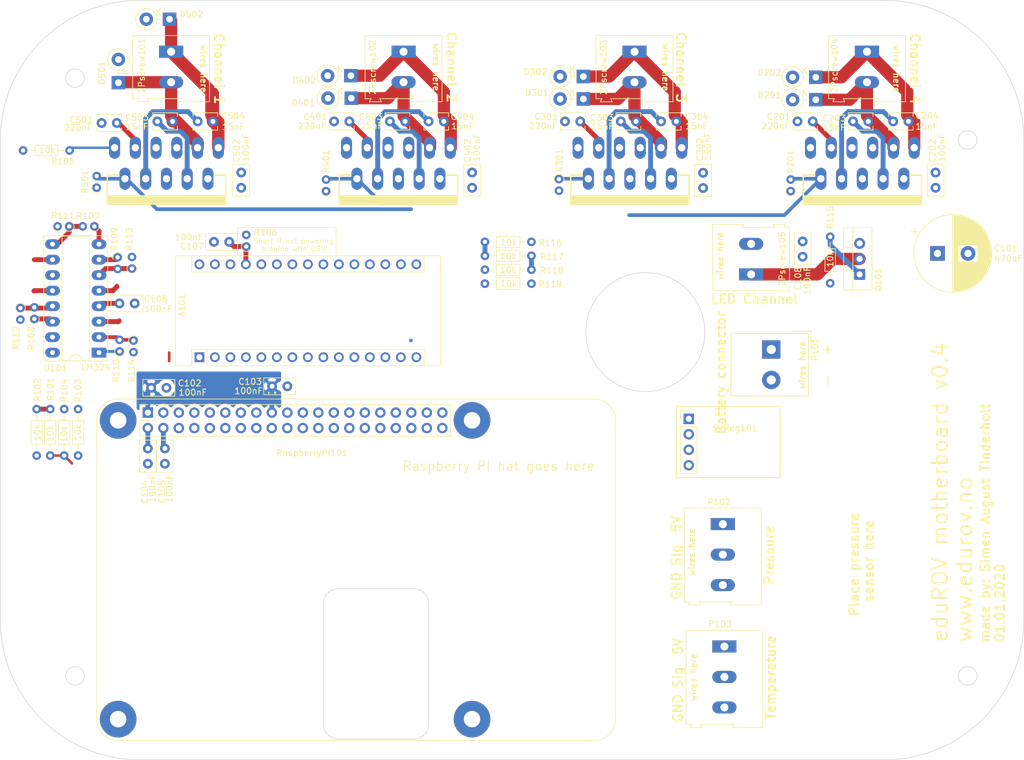
<source format=kicad_pcb>
(kicad_pcb (version 20171130) (host pcbnew "(5.1.6)-1")
  (title_block (comment 1 "Use 2oz copper layer on PCB"))
  (layers (0 F.Cu signal) (1 In1.Cu signal) (2 In2.Cu signal) (31 B.Cu signal) (34 B.Paste user) (35 F.Paste user) (36 B.SilkS user) (37 F.SilkS user) (38 B.Mask user) (39 F.Mask user) (44 Edge.Cuts user))
  (net 0 "")
  (net 1 IO1A)
  (net 2 IO1B)
  (net 3 IO2A)
  (net 4 IO2B)
  (net 5 IO3A)
  (net 6 IO3B)
  (net 7 BattMonitor)
  (net 8 IO_LED)
  (net 9 -Batt)
  (net 10 PressMonitor)
  (net 11 TempMonitor)
  (net 12 +3V3)
  (net 13 IOEN)
  (net 14 +5V)
  (net 15 IO4B)
  (net 16 IO4A)
  (net 17 /Mot1+)
  (net 18 /Mot1-)
  (net 19 /Mot2+)
  (net 20 /Mot2-)
  (net 21 /Mot3+)
  (net 22 /Mot3-)
  (net 23 /Mot4+)
  (net 24 /Mot4-)
  (net 25 "Net-(2Pscrew105-Pad1)")
  (net 26 +Bat)
  (net 27 "Net-(A101-Pad16)")
  (net 28 "Net-(A101-Pad15)")
  (net 29 "Net-(A101-Pad30)")
  (net 30 "Net-(A101-Pad28)")
  (net 31 "Net-(A101-Pad27)")
  (net 32 Sense4)
  (net 33 Sense3)
  (net 34 Sense2)
  (net 35 Sense1)
  (net 36 "Net-(A101-Pad3)")
  (net 37 "Net-(A101-Pad18)")
  (net 38 "Net-(A101-Pad2)")
  (net 39 "Net-(A101-Pad17)")
  (net 40 "Net-(A101-Pad1)")
  (net 41 "Net-(C201-Pad1)")
  (net 42 "Net-(C203-Pad2)")
  (net 43 "Net-(C204-Pad2)")
  (net 44 "Net-(C301-Pad1)")
  (net 45 "Net-(C303-Pad2)")
  (net 46 "Net-(C304-Pad2)")
  (net 47 "Net-(C401-Pad1)")
  (net 48 "Net-(C403-Pad2)")
  (net 49 "Net-(C404-Pad2)")
  (net 50 "Net-(C501-Pad1)")
  (net 51 "Net-(C503-Pad2)")
  (net 52 "Net-(C504-Pad2)")
  (net 53 "Net-(R101-Pad1)")
  (net 54 "Net-(RaspberryPI101-Pad22)")
  (net 55 "Net-(RaspberryPI101-Pad24)")
  (net 56 "Net-(RaspberryPI101-Pad37)")
  (net 57 "Net-(RaspberryPI101-Pad31)")
  (net 58 "Net-(RaspberryPI101-Pad18)")
  (net 59 "Net-(RaspberryPI101-Pad33)")
  (net 60 "Net-(RaspberryPI101-Pad5)")
  (net 61 "Net-(RaspberryPI101-Pad3)")
  (net 62 "Net-(RaspberryPI101-Pad35)")
  (net 63 "Net-(RaspberryPI101-Pad26)")
  (net 64 "Net-(RaspberryPI101-Pad23)")
  (net 65 "Net-(RaspberryPI101-Pad19)")
  (net 66 "Net-(RaspberryPI101-Pad15)")
  (net 67 "Net-(RaspberryPI101-Pad12)")
  (net 68 "Net-(RaspberryPI101-Pad40)")
  (net 69 "Net-(RaspberryPI101-Pad7)")
  (net 70 "Net-(RaspberryPI101-Pad36)")
  (net 71 "Net-(RaspberryPI101-Pad16)")
  (net 72 "Net-(RaspberryPI101-Pad28)")
  (net 73 "Net-(RaspberryPI101-Pad38)")
  (net 74 "Net-(RaspberryPI101-Pad13)")
  (net 75 "Net-(RaspberryPI101-Pad27)")
  (net 76 "Net-(RaspberryPI101-Pad11)")
  (net 77 "Net-(RaspberryPI101-Pad32)")
  (net 78 "Net-(RaspberryPI101-Pad29)")
  (net 79 "Net-(RaspberryPI101-Pad21)")
  (net 80 "Net-(R101-Pad2)")
  (net 81 "Net-(R103-Pad2)")
  (net 82 "Net-(A101-Pad23)")
  (net 83 "Net-(R107-Pad2)")
  (net 84 "Net-(R108-Pad2)")
  (net 85 "Net-(R109-Pad2)")
  (net 86 "Net-(R110-Pad2)")
  (net 87 "Net-(R116-Pad1)")
  (net 88 "Net-(R117-Pad1)")
  (net 89 /Sense4_raw)
  (net 90 /Sense3_raw)
  (net 91 /Sense2_raw)
  (net 92 /Sense1_raw)
  (module Resistor_THT:R_Axial_DIN0204_L3.6mm_D1.6mm_P1.90mm_Vertical (layer F.Cu) (at 71.628 63.6905 90)
    (fp_text reference R501 (at 0.95 -1.92 90) (layer F.SilkS))
    (fp_text value 0R5)
    (pad 2 thru_hole oval (at 1.9 0 90) (size 1.4 1.4) (drill 0.7) (layers *.Cu *.Mask) (net 92 /Sense1_raw))
    (pad 1 thru_hole circle (at 0 0 90) (size 1.4 1.4) (drill 0.7) (layers *.Cu *.Mask) (net 9 -Batt))
  )
  (module Resistor_THT:R_Axial_DIN0204_L3.6mm_D1.6mm_P1.90mm_Vertical (layer F.Cu) (at 109.22 64.262 90)
    (fp_text reference R401 (at 4.8895 0 90) (layer F.SilkS))
    (fp_text value 0R5)
    (pad 2 thru_hole oval (at 1.9 0 90) (size 1.4 1.4) (drill 0.7) (layers *.Cu *.Mask) (net 91 /Sense2_raw))
    (pad 1 thru_hole circle (at 0 0 90) (size 1.4 1.4) (drill 0.7) (layers *.Cu *.Mask) (net 9 -Batt))
  )
  (module Resistor_THT:R_Axial_DIN0204_L3.6mm_D1.6mm_P1.90mm_Vertical (layer F.Cu) (at 147.3835 62.2935 270)
    (fp_text reference R301 (at -3.048 -0.0635 90) (layer F.SilkS))
    (fp_text value 0R5)
    (pad 2 thru_hole oval (at 1.9 0 270) (size 1.4 1.4) (drill 0.7) (layers *.Cu *.Mask) (net 90 /Sense3_raw))
    (pad 1 thru_hole circle (at 0 0 270) (size 1.4 1.4) (drill 0.7) (layers *.Cu *.Mask) (net 9 -Batt))
  )
  (module Resistor_THT:R_Axial_DIN0204_L3.6mm_D1.6mm_P1.90mm_Vertical (layer F.Cu) (at 185.3565 64.262 90)
    (fp_text reference R201 (at 4.826 0 90) (layer F.SilkS))
    (fp_text value 0R5)
    (pad 2 thru_hole oval (at 1.9 0 90) (size 1.4 1.4) (drill 0.7) (layers *.Cu *.Mask) (net 89 /Sense4_raw))
    (pad 1 thru_hole circle (at 0 0 90) (size 1.4 1.4) (drill 0.7) (layers *.Cu *.Mask) (net 9 -Batt))
  )
  (module Package_DIP:DIP-16_W7.62mm_Socket_LongPads (layer F.Cu) (at 72.009 90.7415 180)
    (fp_text reference U101 (at 7.112 -2.54) (layer F.SilkS))
    (fp_text value LM324 (at 0.508 -2.413) (layer F.SilkS))
    (pad 16 thru_hole oval (at 7.62 0 180) (size 2.4 1.6) (drill 0.8) (layers *.Cu *.Mask))
    (pad 8 thru_hole oval (at 0 17.78 180) (size 2.4 1.6) (drill 0.8) (layers *.Cu *.Mask) (net 34 Sense2))
    (pad 15 thru_hole oval (at 7.62 2.54 180) (size 2.4 1.6) (drill 0.8) (layers *.Cu *.Mask))
    (pad 7 thru_hole oval (at 0 15.24 180) (size 2.4 1.6) (drill 0.8) (layers *.Cu *.Mask) (net 33 Sense3))
    (pad 14 thru_hole oval (at 7.62 5.08 180) (size 2.4 1.6) (drill 0.8) (layers *.Cu *.Mask) (net 35 Sense1))
    (pad 6 thru_hole oval (at 0 12.7 180) (size 2.4 1.6) (drill 0.8) (layers *.Cu *.Mask) (net 85 "Net-(R109-Pad2)"))
    (pad 13 thru_hole oval (at 7.62 7.62 180) (size 2.4 1.6) (drill 0.8) (layers *.Cu *.Mask) (net 84 "Net-(R108-Pad2)"))
    (pad 5 thru_hole oval (at 0 10.16 180) (size 2.4 1.6) (drill 0.8) (layers *.Cu *.Mask) (net 90 /Sense3_raw))
    (pad 12 thru_hole oval (at 7.62 10.16 180) (size 2.4 1.6) (drill 0.8) (layers *.Cu *.Mask) (net 92 /Sense1_raw))
    (pad 4 thru_hole oval (at 0 7.62 180) (size 2.4 1.6) (drill 0.8) (layers *.Cu *.Mask) (net 14 +5V))
    (pad 11 thru_hole oval (at 7.62 12.7 180) (size 2.4 1.6) (drill 0.8) (layers *.Cu *.Mask) (net 9 -Batt))
    (pad 3 thru_hole oval (at 0 5.08 180) (size 2.4 1.6) (drill 0.8) (layers *.Cu *.Mask) (net 89 /Sense4_raw))
    (pad 10 thru_hole oval (at 7.62 15.24 180) (size 2.4 1.6) (drill 0.8) (layers *.Cu *.Mask) (net 91 /Sense2_raw))
    (pad 2 thru_hole oval (at 0 2.54 180) (size 2.4 1.6) (drill 0.8) (layers *.Cu *.Mask) (net 86 "Net-(R110-Pad2)"))
    (pad 9 thru_hole oval (at 7.62 17.78 180) (size 2.4 1.6) (drill 0.8) (layers *.Cu *.Mask) (net 83 "Net-(R107-Pad2)"))
    (pad 1 thru_hole rect (at 0 0 180) (size 2.4 1.6) (drill 0.8) (layers *.Cu *.Mask) (net 32 Sense4))
  )
  (module Resistor_THT:R_Axial_DIN0204_L3.6mm_D1.6mm_P1.90mm_Vertical (layer F.Cu) (at 77.6605 88.773 270)
    (fp_text reference R114 (at 4.953 0.3175 90) (layer F.SilkS))
    (fp_text value 10k)
    (pad 2 thru_hole oval (at 1.9 0 270) (size 1.4 1.4) (drill 0.7) (layers *.Cu *.Mask) (net 9 -Batt))
    (pad 1 thru_hole circle (at 0 0 270) (size 1.4 1.4) (drill 0.7) (layers *.Cu *.Mask) (net 86 "Net-(R110-Pad2)"))
  )
  (module Resistor_THT:R_Axial_DIN0204_L3.6mm_D1.6mm_P1.90mm_Vertical (layer F.Cu) (at 77.4065 76.962 90)
    (fp_text reference R113 (at 4.826 -0.4445 90) (layer F.SilkS))
    (fp_text value 10k)
    (pad 2 thru_hole oval (at 1.9 0 90) (size 1.4 1.4) (drill 0.7) (layers *.Cu *.Mask) (net 9 -Batt))
    (pad 1 thru_hole circle (at 0 0 90) (size 1.4 1.4) (drill 0.7) (layers *.Cu *.Mask) (net 85 "Net-(R109-Pad2)"))
  )
  (module Resistor_THT:R_Axial_DIN0204_L3.6mm_D1.6mm_P1.90mm_Vertical (layer F.Cu) (at 59.1185 83.439 270)
    (fp_text reference R112 (at 4.8895 0.6985 90) (layer F.SilkS))
    (fp_text value 10k)
    (pad 2 thru_hole oval (at 1.9 0 270) (size 1.4 1.4) (drill 0.7) (layers *.Cu *.Mask) (net 9 -Batt))
    (pad 1 thru_hole circle (at 0 0 270) (size 1.4 1.4) (drill 0.7) (layers *.Cu *.Mask) (net 84 "Net-(R108-Pad2)"))
  )
  (module Resistor_THT:R_Axial_DIN0204_L3.6mm_D1.6mm_P1.90mm_Vertical (layer F.Cu) (at 67.1145 70.0405 180)
    (fp_text reference R111 (at 1.016 1.778) (layer F.SilkS))
    (fp_text value 10k)
    (pad 2 thru_hole oval (at 1.9 0 180) (size 1.4 1.4) (drill 0.7) (layers *.Cu *.Mask) (net 9 -Batt))
    (pad 1 thru_hole circle (at 0 0 180) (size 1.4 1.4) (drill 0.7) (layers *.Cu *.Mask) (net 83 "Net-(R107-Pad2)"))
  )
  (module Resistor_THT:R_Axial_DIN0204_L3.6mm_D1.6mm_P1.90mm_Vertical (layer F.Cu) (at 75.3745 90.551 90)
    (fp_text reference R110 (at -3.175 -0.5715 90) (layer F.SilkS))
    (fp_text value 10k)
    (pad 2 thru_hole oval (at 1.9 0 90) (size 1.4 1.4) (drill 0.7) (layers *.Cu *.Mask) (net 86 "Net-(R110-Pad2)"))
    (pad 1 thru_hole circle (at 0 0 90) (size 1.4 1.4) (drill 0.7) (layers *.Cu *.Mask) (net 32 Sense4))
  )
  (module Resistor_THT:R_Axial_DIN0204_L3.6mm_D1.6mm_P1.90mm_Vertical (layer F.Cu) (at 75.057 75.1205 270)
    (fp_text reference R109 (at -2.9845 0.5715 90) (layer F.SilkS))
    (fp_text value 10k)
    (pad 2 thru_hole oval (at 1.9 0 270) (size 1.4 1.4) (drill 0.7) (layers *.Cu *.Mask) (net 85 "Net-(R109-Pad2)"))
    (pad 1 thru_hole circle (at 0 0 270) (size 1.4 1.4) (drill 0.7) (layers *.Cu *.Mask) (net 33 Sense3))
  )
  (module Resistor_THT:R_Axial_DIN0204_L3.6mm_D1.6mm_P1.90mm_Vertical (layer F.Cu) (at 61.4045 85.217 90)
    (fp_text reference R108 (at -3.175 -0.508 90) (layer F.SilkS))
    (fp_text value 10k)
    (pad 2 thru_hole oval (at 1.9 0 90) (size 1.4 1.4) (drill 0.7) (layers *.Cu *.Mask) (net 84 "Net-(R108-Pad2)"))
    (pad 1 thru_hole circle (at 0 0 90) (size 1.4 1.4) (drill 0.7) (layers *.Cu *.Mask) (net 35 Sense1))
  )
  (module Resistor_THT:R_Axial_DIN0204_L3.6mm_D1.6mm_P1.90mm_Vertical (layer F.Cu) (at 71.242 70.0405 180)
    (fp_text reference R107 (at 1.016 1.7145) (layer F.SilkS))
    (fp_text value 10k)
    (pad 2 thru_hole oval (at 1.9 0 180) (size 1.4 1.4) (drill 0.7) (layers *.Cu *.Mask) (net 83 "Net-(R107-Pad2)"))
    (pad 1 thru_hole circle (at 0 0 180) (size 1.4 1.4) (drill 0.7) (layers *.Cu *.Mask) (net 34 Sense2))
  )
  (module Connectors_Terminal_Blocks:TerminalBlock_Altech_AK300-2_P5.00mm (layer F.Cu) (at 121.92 41.402 270)
    (fp_text reference 2Pscrew102 (at 2.54 5.08 90) (layer F.SilkS))
    (fp_text value "Ch 2")
    (pad 1 thru_hole rect (at 0 0 270) (size 1.98 3.96) (drill 1.32) (layers *.Cu *.Mask) (net 19 /Mot2+))
    (pad 2 thru_hole oval (at 5 0 270) (size 1.98 3.96) (drill 1.32) (layers *.Cu *.Mask) (net 20 /Mot2-))
  )
  (module Resistor_THT:R_Axial_DIN0204_L3.6mm_D1.6mm_P7.62mm_Horizontal (layer F.Cu) (at 142.875 79.4385 180)
    (fp_text reference R119 (at -3.1115 -0.0635) (layer F.SilkS))
    (fp_text value 10k (at 3.7465 0) (layer F.SilkS))
    (pad 2 thru_hole oval (at 7.62 0 180) (size 1.4 1.4) (drill 0.7) (layers *.Cu *.Mask) (net 7 BattMonitor))
    (pad 1 thru_hole circle (at 0 0 180) (size 1.4 1.4) (drill 0.7) (layers *.Cu *.Mask) (net 9 -Batt))
  )
  (module Resistor_THT:R_Axial_DIN0204_L3.6mm_D1.6mm_P7.62mm_Horizontal (layer F.Cu) (at 135.255 77.1525)
    (fp_text reference R118 (at 10.9855 0.127) (layer F.SilkS))
    (fp_text value 10k (at 3.81 0.0635) (layer F.SilkS))
    (pad 2 thru_hole oval (at 7.62 0) (size 1.4 1.4) (drill 0.7) (layers *.Cu *.Mask) (net 88 "Net-(R117-Pad1)"))
    (pad 1 thru_hole circle (at 0 0) (size 1.4 1.4) (drill 0.7) (layers *.Cu *.Mask) (net 7 BattMonitor))
  )
  (module Resistor_THT:R_Axial_DIN0204_L3.6mm_D1.6mm_P7.62mm_Horizontal (layer F.Cu) (at 142.875 74.8665 180)
    (fp_text reference R117 (at -3.3655 -0.1905) (layer F.SilkS))
    (fp_text value 10k (at 3.81 -0.0635) (layer F.SilkS))
    (pad 2 thru_hole oval (at 7.62 0 180) (size 1.4 1.4) (drill 0.7) (layers *.Cu *.Mask) (net 87 "Net-(R116-Pad1)"))
    (pad 1 thru_hole circle (at 0 0 180) (size 1.4 1.4) (drill 0.7) (layers *.Cu *.Mask) (net 88 "Net-(R117-Pad1)"))
  )
  (module Resistor_THT:R_Axial_DIN0204_L3.6mm_D1.6mm_P7.62mm_Horizontal (layer F.Cu) (at 135.255 72.5805)
    (fp_text reference R116 (at 10.7315 0.1905) (layer F.SilkS))
    (fp_text value 10k (at 3.8735 0.127) (layer F.SilkS))
    (pad 2 thru_hole oval (at 7.62 0) (size 1.4 1.4) (drill 0.7) (layers *.Cu *.Mask) (net 26 +Bat))
    (pad 1 thru_hole circle (at 0 0) (size 1.4 1.4) (drill 0.7) (layers *.Cu *.Mask) (net 87 "Net-(R116-Pad1)"))
  )
  (module Capacitor_THT:C_Disc_D5.0mm_W2.5mm_P2.50mm (layer F.Cu) (at 77.851 82.677 180)
    (fp_text reference C106 (at -3.429 0.6985) (layer F.SilkS))
    (fp_text value 100nF (at -3.8735 -0.889) (layer F.SilkS))
    (pad 2 thru_hole circle (at 2.5 0 180) (size 1.6 1.6) (drill 0.8) (layers *.Cu *.Mask) (net 14 +5V))
    (pad 1 thru_hole circle (at 0 0 180) (size 1.6 1.6) (drill 0.8) (layers *.Cu *.Mask) (net 9 -Batt))
  )
  (module Resistor_THT:R_Axial_DIN0204_L3.6mm_D1.6mm_P7.62mm_Horizontal (layer F.Cu) (at 61.7855 107.6325 90)
    (fp_text reference R102 (at 10.795 0.127 90) (layer F.SilkS))
    (fp_text value 10k (at 3.7465 0.127 90) (layer F.SilkS))
    (pad 2 thru_hole oval (at 7.62 0 90) (size 1.4 1.4) (drill 0.7) (layers *.Cu *.Mask) (net 53 "Net-(R101-Pad1)"))
    (pad 1 thru_hole circle (at 0 0 90) (size 1.4 1.4) (drill 0.7) (layers *.Cu *.Mask) (net 9 -Batt))
  )
  (module Resistor_THT:R_Axial_DIN0204_L3.6mm_D1.6mm_P7.62mm_Horizontal (layer F.Cu) (at 64.008 100.0125 270)
    (fp_text reference R101 (at -3.302 -0.0635 90) (layer F.SilkS))
    (fp_text value 10k (at 4.0005 0 90) (layer F.SilkS))
    (pad 2 thru_hole oval (at 7.62 0 270) (size 1.4 1.4) (drill 0.7) (layers *.Cu *.Mask) (net 80 "Net-(R101-Pad2)"))
    (pad 1 thru_hole circle (at 0 0 270) (size 1.4 1.4) (drill 0.7) (layers *.Cu *.Mask) (net 53 "Net-(R101-Pad1)"))
  )
  (module TO_SOT_Packages_THT:TO-220-3_Vertical (layer F.Cu) (at 196.6595 77.9145 90)
    (fp_text reference Q101 (at -0.889 3.048 90) (layer F.SilkS))
    (fp_text value IRL540NPBF)
    (pad 3 thru_hole oval (at 5.08 0 90) (size 1.8 1.8) (drill 1) (layers *.Cu *.Mask) (net 9 -Batt))
    (pad 2 thru_hole oval (at 2.54 0 90) (size 1.8 1.8) (drill 1) (layers *.Cu *.Mask) (net 25 "Net-(2Pscrew105-Pad1)"))
    (pad 1 thru_hole rect (at 0 0 90) (size 1.8 1.8) (drill 1) (layers *.Cu *.Mask) (net 8 IO_LED))
  )
  (module Resistors_THT:R_Axial_DIN0204_L3.6mm_D1.6mm_P7.62mm_Horizontal (layer F.Cu) (at 191.8335 79.375 90)
    (fp_text reference R115 (at 10.795 0 90) (layer F.SilkS))
    (fp_text value 10k (at 4.0005 0 90) (layer F.SilkS))
    (pad 2 thru_hole oval (at 7.62 0 90) (size 1.4 1.4) (drill 0.7) (layers *.Cu *.Mask) (net 8 IO_LED))
    (pad 1 thru_hole circle (at 0 0 90) (size 1.4 1.4) (drill 0.7) (layers *.Cu *.Mask) (net 9 -Batt))
  )
  (module Connectors_Terminal_Blocks:TerminalBlock_Altech_AK300-2_P5.00mm (layer F.Cu) (at 178.8795 77.9145 90)
    (fp_text reference 2Pscrew105 (at 2.54 5.08 90) (layer F.SilkS))
    (fp_text value "Ch LED")
    (pad 2 thru_hole oval (at 5 0 90) (size 1.98 3.96) (drill 1.32) (layers *.Cu *.Mask) (net 26 +Bat))
    (pad 1 thru_hole rect (at 0 0 90) (size 1.98 3.96) (drill 1.32) (layers *.Cu *.Mask) (net 25 "Net-(2Pscrew105-Pad1)"))
  )
  (module Capacitor_THT:C_Disc_D5.0mm_W2.5mm_P2.50mm (layer F.Cu) (at 187.325 72.517 270)
    (fp_text reference C108 (at 6.096 0.762 90) (layer F.SilkS))
    (fp_text value 100nF (at 6.4135 -0.762 90) (layer F.SilkS))
    (pad 1 thru_hole circle (at 0 0 270) (size 1.6 1.6) (drill 0.8) (layers *.Cu *.Mask) (net 26 +Bat))
    (pad 2 thru_hole circle (at 2.5 0 270) (size 1.6 1.6) (drill 0.8) (layers *.Cu *.Mask) (net 9 -Batt))
  )
  (module Capacitor_THT:C_Disc_D5.0mm_W2.5mm_P2.50mm (layer F.Cu) (at 93.345 72.5805 180)
    (fp_text reference C107 (at 6.096 -0.762) (layer F.SilkS))
    (fp_text value 100nF (at 6.604 0.762) (layer F.SilkS))
    (pad 2 thru_hole circle (at 2.5 0 180) (size 1.6 1.6) (drill 0.8) (layers *.Cu *.Mask) (net 9 -Batt))
    (pad 1 thru_hole circle (at 0 0 180) (size 1.6 1.6) (drill 0.8) (layers *.Cu *.Mask) (net 31 "Net-(A101-Pad27)"))
  )
  (module Capacitor_THT:C_Disc_D5.0mm_W2.5mm_P2.50mm (layer F.Cu) (at 95.3135 61.214 270)
    (fp_text reference C502 (at -3.556 0.762 90) (layer F.SilkS))
    (fp_text value 100nF (at -4.064 -0.762 90) (layer F.SilkS))
    (pad 2 thru_hole circle (at 2.5 0 270) (size 1.6 1.6) (drill 0.8) (layers *.Cu *.Mask) (net 26 +Bat))
    (pad 1 thru_hole circle (at 0 0 270) (size 1.6 1.6) (drill 0.8) (layers *.Cu *.Mask) (net 9 -Batt))
  )
  (module Capacitor_THT:C_Disc_D5.0mm_W2.5mm_P2.50mm (layer F.Cu) (at 133.1595 61.214 270)
    (fp_text reference C402 (at -3.596 0.762 90) (layer F.SilkS))
    (fp_text value 100nF (at -4.104 -0.762 90) (layer F.SilkS))
    (pad 2 thru_hole circle (at 2.5 0 270) (size 1.6 1.6) (drill 0.8) (layers *.Cu *.Mask) (net 26 +Bat))
    (pad 1 thru_hole circle (at 0 0 270) (size 1.6 1.6) (drill 0.8) (layers *.Cu *.Mask) (net 9 -Batt))
  )
  (module Capacitor_THT:C_Disc_D5.0mm_W2.5mm_P2.50mm (layer F.Cu) (at 171.0055 61.254 270)
    (fp_text reference C302 (at -3.81 0.508 90) (layer F.SilkS))
    (fp_text value 100nF (at -4.318 -0.762 90) (layer F.SilkS))
    (pad 2 thru_hole circle (at 2.5 0 270) (size 1.6 1.6) (drill 0.8) (layers *.Cu *.Mask) (net 26 +Bat))
    (pad 1 thru_hole circle (at 0 0 270) (size 1.6 1.6) (drill 0.8) (layers *.Cu *.Mask) (net 9 -Batt))
  )
  (module Capacitor_THT:C_Disc_D5.0mm_W2.5mm_P2.50mm (layer F.Cu) (at 209.1055 61.214 270)
    (fp_text reference C202 (at -3.556 0.508 90) (layer F.SilkS))
    (fp_text value 100nF (at -4.064 -1.016 90) (layer F.SilkS))
    (pad 2 thru_hole circle (at 2.5 0 270) (size 1.6 1.6) (drill 0.8) (layers *.Cu *.Mask) (net 26 +Bat))
    (pad 1 thru_hole circle (at 0 0 270) (size 1.6 1.6) (drill 0.8) (layers *.Cu *.Mask) (net 9 -Batt))
  )
  (module Capacitor_THT:CP_Radial_D12.5mm_P5.00mm (layer F.Cu) (at 209.423 74.4855)
    (fp_text reference C101 (at 11.176 -0.8255) (layer F.SilkS))
    (fp_text value 470uF (at 11.6205 0.8255) (layer F.SilkS))
    (pad 2 thru_hole circle (at 5 0) (size 2.4 2.4) (drill 1.2) (layers *.Cu *.Mask) (net 26 +Bat))
    (pad 1 thru_hole rect (at 0 0) (size 2.4 2.4) (drill 1.2) (layers *.Cu *.Mask) (net 9 -Batt))
  )
  (module Resistor_THT:R_Axial_DIN0204_L3.6mm_D1.6mm_P1.90mm_Vertical (layer F.Cu) (at 96.139 73.3425 90)
    (fp_text reference R106 (at 2.286 3.175 180) (layer F.SilkS))
    (fp_text value 0)
    (pad 2 thru_hole oval (at 1.9 0 90) (size 1.4 1.4) (drill 0.7) (layers *.Cu *.Mask) (net 14 +5V))
    (pad 1 thru_hole circle (at 0 0 90) (size 1.4 1.4) (drill 0.7) (layers *.Cu *.Mask) (net 31 "Net-(A101-Pad27)"))
  )
  (module Resistor_THT:R_Axial_DIN0204_L3.6mm_D1.6mm_P7.62mm_Horizontal (layer F.Cu) (at 66.294 107.6325 90)
    (fp_text reference R104 (at 10.668 0 90) (layer F.SilkS))
    (fp_text value 10k (at 3.556 0 90) (layer F.SilkS))
    (pad 2 thru_hole oval (at 7.62 0 90) (size 1.4 1.4) (drill 0.7) (layers *.Cu *.Mask) (net 40 "Net-(A101-Pad1)"))
    (pad 1 thru_hole circle (at 0 0 90) (size 1.4 1.4) (drill 0.7) (layers *.Cu *.Mask) (net 80 "Net-(R101-Pad2)"))
  )
  (module Resistor_THT:R_Axial_DIN0204_L3.6mm_D1.6mm_P7.62mm_Horizontal (layer F.Cu) (at 68.58 100.0125 270)
    (fp_text reference R103 (at -3.048 0 90) (layer F.SilkS))
    (fp_text value 10k (at 3.81 0 90) (layer F.SilkS))
    (pad 2 thru_hole oval (at 7.62 0 270) (size 1.4 1.4) (drill 0.7) (layers *.Cu *.Mask) (net 81 "Net-(R103-Pad2)"))
    (pad 1 thru_hole circle (at 0 0 270) (size 1.4 1.4) (drill 0.7) (layers *.Cu *.Mask) (net 38 "Net-(A101-Pad2)"))
  )
  (module EduROV:MULTIWATT-11 (layer F.Cu) (at 83.058 63.5 180)
    (fp_text reference IC501 (at -5.717235 -0.635245) (layer F.SilkS) (effects (font (size 1.000386 1.000386) (thickness 0.015))))
    (fp_text value L6203)
    (pad 11 thru_hole oval (at 8.5 6.35 180) (size 1.8 3.6) (drill 1.2) (layers *.Cu *.Mask) (net 13 IOEN))
    (pad 10 thru_hole oval (at 6.8 1.27 180) (size 1.8 3.6) (drill 1.2) (layers *.Cu *.Mask) (net 92 /Sense1_raw))
    (pad 9 thru_hole oval (at 5.1 6.35 180) (size 1.8 3.6) (drill 1.2) (layers *.Cu *.Mask) (net 50 "Net-(C501-Pad1)"))
    (pad 8 thru_hole oval (at 3.4 1.27 180) (size 1.8 3.6) (drill 1.2) (layers *.Cu *.Mask) (net 52 "Net-(C504-Pad2)"))
    (pad 7 thru_hole oval (at 1.7 6.35 180) (size 1.8 3.6) (drill 1.2) (layers *.Cu *.Mask) (net 2 IO1B))
    (pad 6 thru_hole oval (at 0 1.27 180) (size 1.8 3.6) (drill 1.2) (layers *.Cu *.Mask) (net 9 -Batt))
    (pad 5 thru_hole oval (at -1.7 6.35 180) (size 1.8 3.6) (drill 1.2) (layers *.Cu *.Mask) (net 1 IO1A))
    (pad 4 thru_hole oval (at -3.4 1.27 180) (size 1.8 3.6) (drill 1.2) (layers *.Cu *.Mask) (net 51 "Net-(C503-Pad2)"))
    (pad 3 thru_hole oval (at -5.1 6.35 180) (size 1.8 3.6) (drill 1.2) (layers *.Cu *.Mask) (net 18 /Mot1-))
    (pad 2 thru_hole oval (at -6.8 1.27 180) (size 1.8 3.6) (drill 1.2) (layers *.Cu *.Mask) (net 26 +Bat))
    (pad 1 thru_hole oval (at -8.5 6.35 180) (size 1.8 3.6) (drill 1.2) (layers *.Cu *.Mask) (net 17 /Mot1+))
  )
  (module EduROV:MULTIWATT-11 (layer F.Cu) (at 121.073333 63.5 180)
    (fp_text reference IC401 (at -5.717235 -0.635245) (layer F.SilkS) (effects (font (size 1.000386 1.000386) (thickness 0.015))))
    (fp_text value L6203)
    (pad 11 thru_hole oval (at 8.5 6.35 180) (size 1.8 3.6) (drill 1.2) (layers *.Cu *.Mask) (net 13 IOEN))
    (pad 10 thru_hole oval (at 6.8 1.27 180) (size 1.8 3.6) (drill 1.2) (layers *.Cu *.Mask) (net 91 /Sense2_raw))
    (pad 9 thru_hole oval (at 5.1 6.35 180) (size 1.8 3.6) (drill 1.2) (layers *.Cu *.Mask) (net 47 "Net-(C401-Pad1)"))
    (pad 8 thru_hole oval (at 3.4 1.27 180) (size 1.8 3.6) (drill 1.2) (layers *.Cu *.Mask) (net 49 "Net-(C404-Pad2)"))
    (pad 7 thru_hole oval (at 1.7 6.35 180) (size 1.8 3.6) (drill 1.2) (layers *.Cu *.Mask) (net 4 IO2B))
    (pad 6 thru_hole oval (at 0 1.27 180) (size 1.8 3.6) (drill 1.2) (layers *.Cu *.Mask) (net 9 -Batt))
    (pad 5 thru_hole oval (at -1.7 6.35 180) (size 1.8 3.6) (drill 1.2) (layers *.Cu *.Mask) (net 3 IO2A))
    (pad 4 thru_hole oval (at -3.4 1.27 180) (size 1.8 3.6) (drill 1.2) (layers *.Cu *.Mask) (net 48 "Net-(C403-Pad2)"))
    (pad 3 thru_hole oval (at -5.1 6.35 180) (size 1.8 3.6) (drill 1.2) (layers *.Cu *.Mask) (net 20 /Mot2-))
    (pad 2 thru_hole oval (at -6.8 1.27 180) (size 1.8 3.6) (drill 1.2) (layers *.Cu *.Mask) (net 26 +Bat))
    (pad 1 thru_hole oval (at -8.5 6.35 180) (size 1.8 3.6) (drill 1.2) (layers *.Cu *.Mask) (net 19 /Mot2+))
  )
  (module EduROV:MULTIWATT-11 (layer F.Cu) (at 159.004 63.5 180)
    (fp_text reference IC301 (at -5.717235 -0.635245) (layer F.SilkS) (effects (font (size 1.000386 1.000386) (thickness 0.015))))
    (fp_text value L6203)
    (pad 1 thru_hole oval (at -8.5 6.35 180) (size 1.8 3.6) (drill 1.2) (layers *.Cu *.Mask) (net 21 /Mot3+))
    (pad 2 thru_hole oval (at -6.8 1.27 180) (size 1.8 3.6) (drill 1.2) (layers *.Cu *.Mask) (net 26 +Bat))
    (pad 3 thru_hole oval (at -5.1 6.35 180) (size 1.8 3.6) (drill 1.2) (layers *.Cu *.Mask) (net 22 /Mot3-))
    (pad 4 thru_hole oval (at -3.4 1.27 180) (size 1.8 3.6) (drill 1.2) (layers *.Cu *.Mask) (net 45 "Net-(C303-Pad2)"))
    (pad 5 thru_hole oval (at -1.7 6.35 180) (size 1.8 3.6) (drill 1.2) (layers *.Cu *.Mask) (net 5 IO3A))
    (pad 6 thru_hole oval (at 0 1.27 180) (size 1.8 3.6) (drill 1.2) (layers *.Cu *.Mask) (net 9 -Batt))
    (pad 7 thru_hole oval (at 1.7 6.35 180) (size 1.8 3.6) (drill 1.2) (layers *.Cu *.Mask) (net 6 IO3B))
    (pad 8 thru_hole oval (at 3.4 1.27 180) (size 1.8 3.6) (drill 1.2) (layers *.Cu *.Mask) (net 46 "Net-(C304-Pad2)"))
    (pad 9 thru_hole oval (at 5.1 6.35 180) (size 1.8 3.6) (drill 1.2) (layers *.Cu *.Mask) (net 44 "Net-(C301-Pad1)"))
    (pad 10 thru_hole oval (at 6.8 1.27 180) (size 1.8 3.6) (drill 1.2) (layers *.Cu *.Mask) (net 90 /Sense3_raw))
    (pad 11 thru_hole oval (at 8.5 6.35 180) (size 1.8 3.6) (drill 1.2) (layers *.Cu *.Mask) (net 13 IOEN))
  )
  (module EduROV:MULTIWATT-11 (layer F.Cu) (at 197.104 63.5 180)
    (fp_text reference IC201 (at -5.717235 -0.635245) (layer F.SilkS) (effects (font (size 1.000386 1.000386) (thickness 0.015))))
    (fp_text value L6203)
    (pad 11 thru_hole oval (at 8.5 6.35 180) (size 1.8 3.6) (drill 1.2) (layers *.Cu *.Mask) (net 13 IOEN))
    (pad 10 thru_hole oval (at 6.8 1.27 180) (size 1.8 3.6) (drill 1.2) (layers *.Cu *.Mask) (net 89 /Sense4_raw))
    (pad 9 thru_hole oval (at 5.1 6.35 180) (size 1.8 3.6) (drill 1.2) (layers *.Cu *.Mask) (net 41 "Net-(C201-Pad1)"))
    (pad 8 thru_hole oval (at 3.4 1.27 180) (size 1.8 3.6) (drill 1.2) (layers *.Cu *.Mask) (net 43 "Net-(C204-Pad2)"))
    (pad 7 thru_hole oval (at 1.7 6.35 180) (size 1.8 3.6) (drill 1.2) (layers *.Cu *.Mask) (net 15 IO4B))
    (pad 6 thru_hole oval (at 0 1.27 180) (size 1.8 3.6) (drill 1.2) (layers *.Cu *.Mask) (net 9 -Batt))
    (pad 5 thru_hole oval (at -1.7 6.35 180) (size 1.8 3.6) (drill 1.2) (layers *.Cu *.Mask) (net 16 IO4A))
    (pad 4 thru_hole oval (at -3.4 1.27 180) (size 1.8 3.6) (drill 1.2) (layers *.Cu *.Mask) (net 42 "Net-(C203-Pad2)"))
    (pad 3 thru_hole oval (at -5.1 6.35 180) (size 1.8 3.6) (drill 1.2) (layers *.Cu *.Mask) (net 24 /Mot4-))
    (pad 2 thru_hole oval (at -6.8 1.27 180) (size 1.8 3.6) (drill 1.2) (layers *.Cu *.Mask) (net 26 +Bat))
    (pad 1 thru_hole oval (at -8.5 6.35 180) (size 1.8 3.6) (drill 1.2) (layers *.Cu *.Mask) (net 23 /Mot4+))
  )
  (module Diode_THT:D_DO-41_SOD81_P3.81mm_Vertical_KathodeUp (layer F.Cu) (at 83.566 36.068 180)
    (fp_text reference D502 (at -3.556 0.762) (layer F.SilkS))
    (fp_text value D)
    (fp_text user K (at 1.8 1.1) (layer F.SilkS))
    (pad 2 thru_hole oval (at 3.81 0 180) (size 2.2 2.2) (drill 1.1) (layers *.Cu *.Mask) (net 9 -Batt))
    (pad 1 thru_hole rect (at 0 0 180) (size 2.2 2.2) (drill 1.1) (layers *.Cu *.Mask) (net 17 /Mot1+))
  )
  (module Diode_THT:D_DO-41_SOD81_P3.81mm_Vertical_KathodeUp (layer F.Cu) (at 75.184 46.482 90)
    (fp_text reference D501 (at 1.616446 -2.694077 90) (layer F.SilkS))
    (fp_text value D)
    (fp_text user K (at 1.8 1.1 90) (layer F.SilkS))
    (pad 2 thru_hole oval (at 3.81 0 90) (size 2.2 2.2) (drill 1.1) (layers *.Cu *.Mask) (net 9 -Batt))
    (pad 1 thru_hole rect (at 0 0 90) (size 2.2 2.2) (drill 1.1) (layers *.Cu *.Mask) (net 18 /Mot1-))
  )
  (module Diode_THT:D_DO-41_SOD81_P3.81mm_Vertical_KathodeUp (layer F.Cu) (at 113.284 45.339 180)
    (fp_text reference D402 (at 7.62 -0.762) (layer F.SilkS))
    (fp_text value D)
    (fp_text user K (at 1.8 1.1) (layer F.SilkS))
    (pad 1 thru_hole rect (at 0 0 180) (size 2.2 2.2) (drill 1.1) (layers *.Cu *.Mask) (net 19 /Mot2+))
    (pad 2 thru_hole oval (at 3.81 0 180) (size 2.2 2.2) (drill 1.1) (layers *.Cu *.Mask) (net 9 -Batt))
  )
  (module Diode_THT:D_DO-41_SOD81_P3.81mm_Vertical_KathodeUp (layer F.Cu) (at 113.3475 49.022 180)
    (fp_text reference D401 (at 7.874 -0.762) (layer F.SilkS))
    (fp_text value D)
    (fp_text user K (at 1.8 1.1) (layer F.SilkS))
    (pad 2 thru_hole oval (at 3.81 0 180) (size 2.2 2.2) (drill 1.1) (layers *.Cu *.Mask) (net 9 -Batt))
    (pad 1 thru_hole rect (at 0 0 180) (size 2.2 2.2) (drill 1.1) (layers *.Cu *.Mask) (net 20 /Mot2-))
  )
  (module Diode_THT:D_DO-41_SOD81_P3.81mm_Vertical_KathodeUp (layer F.Cu) (at 151.384 45.466 180)
    (fp_text reference D302 (at 7.874 0.762) (layer F.SilkS))
    (fp_text value D)
    (fp_text user K (at 1.8 1.1) (layer F.SilkS))
    (pad 2 thru_hole oval (at 3.81 0 180) (size 2.2 2.2) (drill 1.1) (layers *.Cu *.Mask) (net 9 -Batt))
    (pad 1 thru_hole rect (at 0 0 180) (size 2.2 2.2) (drill 1.1) (layers *.Cu *.Mask) (net 21 /Mot3+))
  )
  (module Diode_THT:D_DO-41_SOD81_P3.81mm_Vertical_KathodeUp (layer F.Cu) (at 151.384 49.149 180)
    (fp_text reference D301 (at 7.62 1.016) (layer F.SilkS))
    (fp_text value D)
    (fp_text user K (at 1.8 1.1) (layer F.SilkS))
    (pad 2 thru_hole oval (at 3.81 0 180) (size 2.2 2.2) (drill 1.1) (layers *.Cu *.Mask) (net 9 -Batt))
    (pad 1 thru_hole rect (at 0 0 180) (size 2.2 2.2) (drill 1.1) (layers *.Cu *.Mask) (net 22 /Mot3-))
  )
  (module Diode_THT:D_DO-41_SOD81_P3.81mm_Vertical_KathodeUp (layer F.Cu) (at 189.484 45.593 180)
    (fp_text reference D202 (at 7.62 0.762) (layer F.SilkS))
    (fp_text value D)
    (fp_text user K (at 1.8 1.1) (layer F.SilkS))
    (pad 2 thru_hole oval (at 3.81 0 180) (size 2.2 2.2) (drill 1.1) (layers *.Cu *.Mask) (net 9 -Batt))
    (pad 1 thru_hole rect (at 0 0 180) (size 2.2 2.2) (drill 1.1) (layers *.Cu *.Mask) (net 23 /Mot4+))
  )
  (module Diode_THT:D_DO-41_SOD81_P3.81mm_Vertical_KathodeUp (layer F.Cu) (at 189.484 49.276 180)
    (fp_text reference D201 (at 7.62 0.762) (layer F.SilkS))
    (fp_text value D)
    (fp_text user K (at 1.8 1.1) (layer F.SilkS))
    (pad 2 thru_hole oval (at 3.81 0 180) (size 2.2 2.2) (drill 1.1) (layers *.Cu *.Mask) (net 9 -Batt))
    (pad 1 thru_hole rect (at 0 0 180) (size 2.2 2.2) (drill 1.1) (layers *.Cu *.Mask) (net 24 /Mot4-))
  )
  (module Capacitor_THT:C_Disc_D3.8mm_W2.6mm_P2.50mm (layer F.Cu) (at 90.678 52.832 180)
    (fp_text reference C504 (at -3.328 0.906) (layer F.SilkS))
    (fp_text value 15nF (at -3.328 -0.872) (layer F.SilkS))
    (pad 2 thru_hole circle (at 2.5 0 180) (size 1.6 1.6) (drill 0.8) (layers *.Cu *.Mask) (net 52 "Net-(C504-Pad2)"))
    (pad 1 thru_hole circle (at 0 0 180) (size 1.6 1.6) (drill 0.8) (layers *.Cu *.Mask) (net 17 /Mot1+))
  )
  (module Capacitor_THT:C_Disc_D3.8mm_W2.6mm_P2.50mm (layer F.Cu) (at 84.074 52.832 180)
    (fp_text reference C503 (at 5.838 0.662) (layer F.SilkS))
    (fp_text value 15nF (at 5.838 -0.862) (layer F.SilkS))
    (pad 2 thru_hole circle (at 2.5 0 180) (size 1.6 1.6) (drill 0.8) (layers *.Cu *.Mask) (net 51 "Net-(C503-Pad2)"))
    (pad 1 thru_hole circle (at 0 0 180) (size 1.6 1.6) (drill 0.8) (layers *.Cu *.Mask) (net 18 /Mot1-))
  )
  (module Capacitor_THT:C_Disc_D3.8mm_W2.6mm_P2.50mm (layer F.Cu) (at 74.93 53.086 180)
    (fp_text reference C501 (at 5.842 0.508) (layer F.SilkS))
    (fp_text value 220nF (at 6.35 -0.762) (layer F.SilkS))
    (pad 2 thru_hole circle (at 2.5 0 180) (size 1.6 1.6) (drill 0.8) (layers *.Cu *.Mask) (net 9 -Batt))
    (pad 1 thru_hole circle (at 0 0 180) (size 1.6 1.6) (drill 0.8) (layers *.Cu *.Mask) (net 50 "Net-(C501-Pad1)"))
  )
  (module Capacitor_THT:C_Disc_D3.8mm_W2.6mm_P2.50mm (layer F.Cu) (at 128.524 52.832 180)
    (fp_text reference C404 (at -3.048 0.762) (layer F.SilkS))
    (fp_text value 15nF (at -3.048 -0.762) (layer F.SilkS))
    (pad 2 thru_hole circle (at 2.5 0 180) (size 1.6 1.6) (drill 0.8) (layers *.Cu *.Mask) (net 49 "Net-(C404-Pad2)"))
    (pad 1 thru_hole circle (at 0 0 180) (size 1.6 1.6) (drill 0.8) (layers *.Cu *.Mask) (net 19 /Mot2+))
  )
  (module Capacitor_THT:C_Disc_D3.8mm_W2.6mm_P2.50mm (layer F.Cu) (at 122.174 52.832 180)
    (fp_text reference C403 (at 5.6515 0.762) (layer F.SilkS))
    (fp_text value 15nF (at 5.5245 -0.6985) (layer F.SilkS))
    (pad 2 thru_hole circle (at 2.5 0 180) (size 1.6 1.6) (drill 0.8) (layers *.Cu *.Mask) (net 48 "Net-(C403-Pad2)"))
    (pad 1 thru_hole circle (at 0 0 180) (size 1.6 1.6) (drill 0.8) (layers *.Cu *.Mask) (net 20 /Mot2-))
  )
  (module Capacitor_THT:C_Disc_D3.8mm_W2.6mm_P2.50mm (layer F.Cu) (at 113.03 52.832 180)
    (fp_text reference C401 (at 5.588 0.762 180) (layer F.SilkS))
    (fp_text value 220nF (at 6.096 -0.762) (layer F.SilkS))
    (pad 2 thru_hole circle (at 2.5 0 180) (size 1.6 1.6) (drill 0.8) (layers *.Cu *.Mask) (net 9 -Batt))
    (pad 1 thru_hole circle (at 0 0 180) (size 1.6 1.6) (drill 0.8) (layers *.Cu *.Mask) (net 47 "Net-(C401-Pad1)"))
  )
  (module Capacitor_THT:C_Disc_D3.8mm_W2.6mm_P2.50mm (layer F.Cu) (at 166.624 52.832 180)
    (fp_text reference C304 (at -3.302 0.762) (layer F.SilkS))
    (fp_text value 15nF (at -3.302 -0.762) (layer F.SilkS))
    (pad 2 thru_hole circle (at 2.5 0 180) (size 1.6 1.6) (drill 0.8) (layers *.Cu *.Mask) (net 46 "Net-(C304-Pad2)"))
    (pad 1 thru_hole circle (at 0 0 180) (size 1.6 1.6) (drill 0.8) (layers *.Cu *.Mask) (net 21 /Mot3+))
  )
  (module Capacitor_THT:C_Disc_D3.8mm_W2.6mm_P2.50mm (layer F.Cu) (at 160.02 52.832 180)
    (fp_text reference C303 (at 5.588 0.635) (layer F.SilkS))
    (fp_text value 15nF (at 5.5245 -0.8255) (layer F.SilkS))
    (pad 2 thru_hole circle (at 2.5 0 180) (size 1.6 1.6) (drill 0.8) (layers *.Cu *.Mask) (net 45 "Net-(C303-Pad2)"))
    (pad 1 thru_hole circle (at 0 0 180) (size 1.6 1.6) (drill 0.8) (layers *.Cu *.Mask) (net 22 /Mot3-))
  )
  (module Capacitor_THT:C_Disc_D3.8mm_W2.6mm_P2.50mm (layer F.Cu) (at 150.876 52.832 180)
    (fp_text reference C301 (at 5.588 0.762) (layer F.SilkS))
    (fp_text value 220nF (at 6.096 -0.762) (layer F.SilkS))
    (pad 2 thru_hole circle (at 2.5 0 180) (size 1.6 1.6) (drill 0.8) (layers *.Cu *.Mask) (net 9 -Batt))
    (pad 1 thru_hole circle (at 0 0 180) (size 1.6 1.6) (drill 0.8) (layers *.Cu *.Mask) (net 44 "Net-(C301-Pad1)"))
  )
  (module Capacitor_THT:C_Disc_D3.8mm_W2.6mm_P2.50mm (layer F.Cu) (at 204.6605 52.832 180)
    (fp_text reference C204 (at -3.048 0.9525) (layer F.SilkS))
    (fp_text value 15nF (at -2.9845 -0.8255) (layer F.SilkS))
    (pad 2 thru_hole circle (at 2.5 0 180) (size 1.6 1.6) (drill 0.8) (layers *.Cu *.Mask) (net 43 "Net-(C204-Pad2)"))
    (pad 1 thru_hole circle (at 0 0 180) (size 1.6 1.6) (drill 0.8) (layers *.Cu *.Mask) (net 23 /Mot4+))
  )
  (module Capacitor_THT:C_Disc_D3.8mm_W2.6mm_P2.50mm (layer F.Cu) (at 198.08 52.832 180)
    (fp_text reference C203 (at 5.588 0.508) (layer F.SilkS))
    (fp_text value 15nF (at 5.588 -1.016) (layer F.SilkS))
    (pad 2 thru_hole circle (at 2.5 0 180) (size 1.6 1.6) (drill 0.8) (layers *.Cu *.Mask) (net 42 "Net-(C203-Pad2)"))
    (pad 1 thru_hole circle (at 0 0 180) (size 1.6 1.6) (drill 0.8) (layers *.Cu *.Mask) (net 24 /Mot4-))
  )
  (module Capacitor_THT:C_Disc_D3.8mm_W2.6mm_P2.50mm (layer F.Cu) (at 188.976 52.832 180)
    (fp_text reference C201 (at 5.588 0.762) (layer F.SilkS))
    (fp_text value 220nF (at 6.096 -0.762) (layer F.SilkS))
    (pad 2 thru_hole circle (at 2.5 0 180) (size 1.6 1.6) (drill 0.8) (layers *.Cu *.Mask) (net 9 -Batt))
    (pad 1 thru_hole circle (at 0 0 180) (size 1.6 1.6) (drill 0.8) (layers *.Cu *.Mask) (net 41 "Net-(C201-Pad1)"))
  )
  (module Module:Arduino_Nano (layer F.Cu) (at 88.4555 91.5035 90)
    (fp_text reference A101 (at 8.509 -2.8575 90) (layer F.SilkS))
    (fp_text value Arduino_Nano_v3.x)
    (pad 16 thru_hole oval (at 15.24 35.56 90) (size 1.6 1.6) (drill 1) (layers *.Cu *.Mask) (net 27 "Net-(A101-Pad16)"))
    (pad 15 thru_hole oval (at 0 35.56 90) (size 1.6 1.6) (drill 1) (layers *.Cu *.Mask) (net 28 "Net-(A101-Pad15)"))
    (pad 30 thru_hole oval (at 15.24 0 90) (size 1.6 1.6) (drill 1) (layers *.Cu *.Mask) (net 29 "Net-(A101-Pad30)"))
    (pad 14 thru_hole oval (at 0 33.02 90) (size 1.6 1.6) (drill 1) (layers *.Cu *.Mask) (net 16 IO4A))
    (pad 29 thru_hole oval (at 15.24 2.54 90) (size 1.6 1.6) (drill 1) (layers *.Cu *.Mask) (net 9 -Batt))
    (pad 13 thru_hole oval (at 0 30.48 90) (size 1.6 1.6) (drill 1) (layers *.Cu *.Mask) (net 15 IO4B))
    (pad 28 thru_hole oval (at 15.24 5.08 90) (size 1.6 1.6) (drill 1) (layers *.Cu *.Mask) (net 30 "Net-(A101-Pad28)"))
    (pad 12 thru_hole oval (at 0 27.94 90) (size 1.6 1.6) (drill 1) (layers *.Cu *.Mask) (net 5 IO3A))
    (pad 27 thru_hole oval (at 15.24 7.62 90) (size 1.6 1.6) (drill 1) (layers *.Cu *.Mask) (net 31 "Net-(A101-Pad27)"))
    (pad 11 thru_hole oval (at 0 25.4 90) (size 1.6 1.6) (drill 1) (layers *.Cu *.Mask) (net 6 IO3B))
    (pad 26 thru_hole oval (at 15.24 10.16 90) (size 1.6 1.6) (drill 1) (layers *.Cu *.Mask) (net 11 TempMonitor))
    (pad 10 thru_hole oval (at 0 22.86 90) (size 1.6 1.6) (drill 1) (layers *.Cu *.Mask) (net 3 IO2A))
    (pad 25 thru_hole oval (at 15.24 12.7 90) (size 1.6 1.6) (drill 1) (layers *.Cu *.Mask) (net 10 PressMonitor))
    (pad 9 thru_hole oval (at 0 20.32 90) (size 1.6 1.6) (drill 1) (layers *.Cu *.Mask) (net 4 IO2B))
    (pad 24 thru_hole oval (at 15.24 15.24 90) (size 1.6 1.6) (drill 1) (layers *.Cu *.Mask) (net 7 BattMonitor))
    (pad 8 thru_hole oval (at 0 17.78 90) (size 1.6 1.6) (drill 1) (layers *.Cu *.Mask) (net 1 IO1A))
    (pad 23 thru_hole oval (at 15.24 17.78 90) (size 1.6 1.6) (drill 1) (layers *.Cu *.Mask) (net 82 "Net-(A101-Pad23)"))
    (pad 7 thru_hole oval (at 0 15.24 90) (size 1.6 1.6) (drill 1) (layers *.Cu *.Mask) (net 2 IO1B))
    (pad 22 thru_hole oval (at 15.24 20.32 90) (size 1.6 1.6) (drill 1) (layers *.Cu *.Mask) (net 32 Sense4))
    (pad 6 thru_hole oval (at 0 12.7 90) (size 1.6 1.6) (drill 1) (layers *.Cu *.Mask) (net 8 IO_LED))
    (pad 21 thru_hole oval (at 15.24 22.86 90) (size 1.6 1.6) (drill 1) (layers *.Cu *.Mask) (net 33 Sense3))
    (pad 5 thru_hole oval (at 0 10.16 90) (size 1.6 1.6) (drill 1) (layers *.Cu *.Mask) (net 13 IOEN))
    (pad 20 thru_hole oval (at 15.24 25.4 90) (size 1.6 1.6) (drill 1) (layers *.Cu *.Mask) (net 34 Sense2))
    (pad 4 thru_hole oval (at 0 7.62 90) (size 1.6 1.6) (drill 1) (layers *.Cu *.Mask) (net 9 -Batt))
    (pad 19 thru_hole oval (at 15.24 27.94 90) (size 1.6 1.6) (drill 1) (layers *.Cu *.Mask) (net 35 Sense1))
    (pad 3 thru_hole oval (at 0 5.08 90) (size 1.6 1.6) (drill 1) (layers *.Cu *.Mask) (net 36 "Net-(A101-Pad3)"))
    (pad 18 thru_hole oval (at 15.24 30.48 90) (size 1.6 1.6) (drill 1) (layers *.Cu *.Mask) (net 37 "Net-(A101-Pad18)"))
    (pad 2 thru_hole oval (at 0 2.54 90) (size 1.6 1.6) (drill 1) (layers *.Cu *.Mask) (net 38 "Net-(A101-Pad2)"))
    (pad 17 thru_hole oval (at 15.24 33.02 90) (size 1.6 1.6) (drill 1) (layers *.Cu *.Mask) (net 39 "Net-(A101-Pad17)"))
    (pad 1 thru_hole rect (at 0 0 90) (size 1.6 1.6) (drill 1) (layers *.Cu *.Mask) (net 40 "Net-(A101-Pad1)"))
  )
  (module EduROV:RaspBerry_PI (layer F.Cu) (at 104.14 101.854)
    (fp_text reference RaspberryPI101 (at 2.794 5.334) (layer F.SilkS))
    (fp_text value Raspberry_Pi_2_3)
    (pad 21 thru_hole oval (at 1.27 -1.27 90) (size 1.7 1.7) (drill 1) (layers *.Cu *.Mask) (net 79 "Net-(RaspberryPI101-Pad21)"))
    (pad 29 thru_hole oval (at 11.43 -1.27 90) (size 1.7 1.7) (drill 1) (layers *.Cu *.Mask) (net 78 "Net-(RaspberryPI101-Pad29)"))
    (pad 10 thru_hole oval (at -13.97 1.27 90) (size 1.7 1.7) (drill 1) (layers *.Cu *.Mask) (net 80 "Net-(R101-Pad2)"))
    (pad 32 thru_hole oval (at 13.97 1.27 90) (size 1.7 1.7) (drill 1) (layers *.Cu *.Mask) (net 77 "Net-(RaspberryPI101-Pad32)"))
    (pad "" thru_hole circle (at 29 49 180) (size 6 6) (drill 2.7) (layers *.Cu *.Mask))
    (pad 11 thru_hole oval (at -11.43 -1.27 90) (size 1.7 1.7) (drill 1) (layers *.Cu *.Mask) (net 76 "Net-(RaspberryPI101-Pad11)"))
    (pad 17 thru_hole oval (at -3.81 -1.27 90) (size 1.7 1.7) (drill 1) (layers *.Cu *.Mask) (net 12 +3V3))
    (pad 2 thru_hole oval (at -24.13 1.27 90) (size 1.7 1.7) (drill 1) (layers *.Cu *.Mask) (net 14 +5V))
    (pad 27 thru_hole oval (at 8.89 -1.27 90) (size 1.7 1.7) (drill 1) (layers *.Cu *.Mask) (net 75 "Net-(RaspberryPI101-Pad27)"))
    (pad 13 thru_hole oval (at -8.89 -1.27 90) (size 1.7 1.7) (drill 1) (layers *.Cu *.Mask) (net 74 "Net-(RaspberryPI101-Pad13)"))
    (pad 38 thru_hole oval (at 21.59 1.27 90) (size 1.7 1.7) (drill 1) (layers *.Cu *.Mask) (net 73 "Net-(RaspberryPI101-Pad38)"))
    (pad 28 thru_hole oval (at 8.89 1.27 90) (size 1.7 1.7) (drill 1) (layers *.Cu *.Mask) (net 72 "Net-(RaspberryPI101-Pad28)"))
    (pad 6 thru_hole oval (at -19.05 1.27 90) (size 1.7 1.7) (drill 1) (layers *.Cu *.Mask) (net 9 -Batt))
    (pad 16 thru_hole oval (at -6.35 1.27 90) (size 1.7 1.7) (drill 1) (layers *.Cu *.Mask) (net 71 "Net-(RaspberryPI101-Pad16)"))
    (pad 36 thru_hole oval (at 19.05 1.27 90) (size 1.7 1.7) (drill 1) (layers *.Cu *.Mask) (net 70 "Net-(RaspberryPI101-Pad36)"))
    (pad 9 thru_hole oval (at -13.97 -1.27 90) (size 1.7 1.7) (drill 1) (layers *.Cu *.Mask) (net 9 -Batt))
    (pad 7 thru_hole oval (at -16.51 -1.27 90) (size 1.7 1.7) (drill 1) (layers *.Cu *.Mask) (net 69 "Net-(RaspberryPI101-Pad7)"))
    (pad "" thru_hole circle (at -29 0) (size 6 6) (drill 2.7) (layers *.Cu *.Mask))
    (pad 40 thru_hole oval (at 24.13 1.27 90) (size 1.7 1.7) (drill 1) (layers *.Cu *.Mask) (net 68 "Net-(RaspberryPI101-Pad40)"))
    (pad "" thru_hole circle (at -29 49) (size 6 6) (drill 2.7) (layers *.Cu *.Mask))
    (pad 12 thru_hole oval (at -11.43 1.27 90) (size 1.7 1.7) (drill 1) (layers *.Cu *.Mask) (net 67 "Net-(RaspberryPI101-Pad12)"))
    (pad 8 thru_hole oval (at -16.51 1.27 90) (size 1.7 1.7) (drill 1) (layers *.Cu *.Mask) (net 81 "Net-(R103-Pad2)"))
    (pad 15 thru_hole oval (at -6.35 -1.27 90) (size 1.7 1.7) (drill 1) (layers *.Cu *.Mask) (net 66 "Net-(RaspberryPI101-Pad15)"))
    (pad 19 thru_hole oval (at -1.27 -1.27 90) (size 1.7 1.7) (drill 1) (layers *.Cu *.Mask) (net 65 "Net-(RaspberryPI101-Pad19)"))
    (pad 25 thru_hole oval (at 6.35 -1.27 90) (size 1.7 1.7) (drill 1) (layers *.Cu *.Mask) (net 9 -Batt))
    (pad 23 thru_hole oval (at 3.81 -1.27 90) (size 1.7 1.7) (drill 1) (layers *.Cu *.Mask) (net 64 "Net-(RaspberryPI101-Pad23)"))
    (pad 26 thru_hole oval (at 6.35 1.27 90) (size 1.7 1.7) (drill 1) (layers *.Cu *.Mask) (net 63 "Net-(RaspberryPI101-Pad26)"))
    (pad 35 thru_hole oval (at 19.05 -1.27 90) (size 1.7 1.7) (drill 1) (layers *.Cu *.Mask) (net 62 "Net-(RaspberryPI101-Pad35)"))
    (pad 20 thru_hole oval (at -1.27 1.27 90) (size 1.7 1.7) (drill 1) (layers *.Cu *.Mask) (net 9 -Batt))
    (pad "" thru_hole circle (at 29 0 180) (size 6 6) (drill 2.7) (layers *.Cu *.Mask))
    (pad 14 thru_hole oval (at -8.89 1.27 90) (size 1.7 1.7) (drill 1) (layers *.Cu *.Mask) (net 9 -Batt))
    (pad 3 thru_hole oval (at -21.59 -1.27 90) (size 1.7 1.7) (drill 1) (layers *.Cu *.Mask) (net 61 "Net-(RaspberryPI101-Pad3)"))
    (pad 4 thru_hole oval (at -21.59 1.27 90) (size 1.7 1.7) (drill 1) (layers *.Cu *.Mask) (net 14 +5V))
    (pad 34 thru_hole oval (at 16.51 1.27 90) (size 1.7 1.7) (drill 1) (layers *.Cu *.Mask) (net 9 -Batt))
    (pad 5 thru_hole oval (at -19.05 -1.27 90) (size 1.7 1.7) (drill 1) (layers *.Cu *.Mask) (net 60 "Net-(RaspberryPI101-Pad5)"))
    (pad 33 thru_hole oval (at 16.51 -1.27 90) (size 1.7 1.7) (drill 1) (layers *.Cu *.Mask) (net 59 "Net-(RaspberryPI101-Pad33)"))
    (pad 18 thru_hole oval (at -3.81 1.27 90) (size 1.7 1.7) (drill 1) (layers *.Cu *.Mask) (net 58 "Net-(RaspberryPI101-Pad18)"))
    (pad 39 thru_hole oval (at 24.13 -1.27 90) (size 1.7 1.7) (drill 1) (layers *.Cu *.Mask) (net 9 -Batt))
    (pad 31 thru_hole oval (at 13.97 -1.27 90) (size 1.7 1.7) (drill 1) (layers *.Cu *.Mask) (net 57 "Net-(RaspberryPI101-Pad31)"))
    (pad 1 thru_hole rect (at -24.13 -1.27 90) (size 1.7 1.7) (drill 1) (layers *.Cu *.Mask) (net 12 +3V3))
    (pad 37 thru_hole oval (at 21.59 -1.27 90) (size 1.7 1.7) (drill 1) (layers *.Cu *.Mask) (net 56 "Net-(RaspberryPI101-Pad37)"))
    (pad 24 thru_hole oval (at 3.81 1.27 90) (size 1.7 1.7) (drill 1) (layers *.Cu *.Mask) (net 55 "Net-(RaspberryPI101-Pad24)"))
    (pad 30 thru_hole oval (at 11.43 1.27 90) (size 1.7 1.7) (drill 1) (layers *.Cu *.Mask) (net 9 -Batt))
    (pad 22 thru_hole oval (at 1.27 1.27 90) (size 1.7 1.7) (drill 1) (layers *.Cu *.Mask) (net 54 "Net-(RaspberryPI101-Pad22)"))
  )
  (module TerminalBlock_Altech:Altech_AK300_1x02_P5.00mm_45-Degree (layer F.Cu) (at 182.1815 90.2335 270)
    (fp_text reference P101 (at 0 -7.2 90) (layer F.SilkS))
    (fp_text value "Battery connector" (at 3.81 8.255 90) (layer F.SilkS) (effects (font (size 1.5 1.5) (thickness 0.3))))
    (pad 2 thru_hole circle (at 5 0 270) (size 3 3) (drill 1.5) (layers *.Cu *.Mask) (net 9 -Batt))
    (pad 1 thru_hole rect (at 0 0 270) (size 3 3) (drill 1.5) (layers *.Cu *.Mask) (net 26 +Bat))
  )
  (module Capacitor_THT:C_Disc_D5.0mm_W2.5mm_P2.50mm (layer F.Cu) (at 102.87 96.266 180)
    (fp_text reference C103 (at 6.096 0.762) (layer F.SilkS))
    (fp_text value 100nF (at 6.35 -0.762) (layer F.SilkS))
    (pad 2 thru_hole circle (at 2.5 0 180) (size 1.6 1.6) (drill 0.8) (layers *.Cu *.Mask) (net 12 +3V3))
    (pad 1 thru_hole circle (at 0 0 180) (size 1.6 1.6) (drill 0.8) (layers *.Cu *.Mask) (net 9 -Batt))
  )
  (module Capacitor_THT:C_Disc_D5.0mm_W2.5mm_P2.50mm (layer F.Cu) (at 82.804 108.966 90)
    (fp_text reference C105 (at -4.572 -0.508 90) (layer F.SilkS))
    (fp_text value 100nF (at -4.064 0.762 90) (layer F.SilkS))
    (pad 2 thru_hole circle (at 2.5 0 90) (size 1.6 1.6) (drill 0.8) (layers *.Cu *.Mask) (net 14 +5V))
    (pad 1 thru_hole circle (at 0 0 90) (size 1.6 1.6) (drill 0.8) (layers *.Cu *.Mask) (net 9 -Batt))
  )
  (module Capacitor_THT:C_Disc_D5.0mm_W2.5mm_P2.50mm (layer F.Cu) (at 83.058 96.52 180)
    (fp_text reference C102 (at -3.81 0.762) (layer F.SilkS))
    (fp_text value 100nF (at -4.318 -0.762) (layer F.SilkS))
    (pad 2 thru_hole circle (at 2.5 0 180) (size 1.6 1.6) (drill 0.8) (layers *.Cu *.Mask) (net 12 +3V3))
    (pad 1 thru_hole circle (at 0 0 180) (size 1.6 1.6) (drill 0.8) (layers *.Cu *.Mask) (net 9 -Batt))
  )
  (module Capacitor_THT:C_Disc_D5.0mm_W2.5mm_P2.50mm (layer F.Cu) (at 80.01 108.966 90)
    (fp_text reference C104 (at -4.572 -0.508 90) (layer F.SilkS))
    (fp_text value 100nF (at -4.064 0.762 90) (layer F.SilkS))
    (pad 2 thru_hole circle (at 2.5 0 90) (size 1.6 1.6) (drill 0.8) (layers *.Cu *.Mask) (net 14 +5V))
    (pad 1 thru_hole circle (at 0 0 90) (size 1.6 1.6) (drill 0.8) (layers *.Cu *.Mask) (net 9 -Batt))
  )
  (module Connector_PinHeader_2.54mm:PinHeader_1x04_P2.54mm_Vertical (layer F.Cu) (at 168.656 101.6)
    (fp_text reference 5vReg101 (at 7.62 1.524) (layer F.SilkS))
    (fp_text value Conn_01x04)
    (pad 4 thru_hole oval (at 0 7.62) (size 1.7 1.7) (drill 1) (layers *.Cu *.Mask) (net 14 +5V))
    (pad 3 thru_hole oval (at 0 5.08) (size 1.7 1.7) (drill 1) (layers *.Cu *.Mask) (net 9 -Batt))
    (pad 2 thru_hole oval (at 0 2.54) (size 1.7 1.7) (drill 1) (layers *.Cu *.Mask) (net 9 -Batt))
    (pad 1 thru_hole rect (at 0 0) (size 1.7 1.7) (drill 1) (layers *.Cu *.Mask) (net 26 +Bat))
  )
  (module Resistors_THT:R_Axial_DIN0204_L3.6mm_D1.6mm_P7.62mm_Horizontal (layer F.Cu) (at 59.563 57.5945)
    (fp_text reference R105 (at 6.5405 1.778) (layer F.SilkS))
    (fp_text value 10k (at 3.937 -0.0635) (layer F.SilkS))
    (pad 1 thru_hole circle (at 0 0) (size 1.4 1.4) (drill 0.7) (layers *.Cu *.Mask) (net 9 -Batt))
    (pad 2 thru_hole oval (at 7.62 0) (size 1.4 1.4) (drill 0.7) (layers *.Cu *.Mask) (net 13 IOEN))
  )
  (module Connectors_Terminal_Blocks:TerminalBlock_Altech_AK300-2_P5.00mm (layer F.Cu) (at 83.82 41.402 270)
    (fp_text reference 2Pscrew101 (at 2.286 4.826 90) (layer F.SilkS))
    (fp_text value "Ch 1")
    (pad 1 thru_hole rect (at 0 0 270) (size 1.98 3.96) (drill 1.32) (layers *.Cu *.Mask) (net 17 /Mot1+))
    (pad 2 thru_hole oval (at 5 0 270) (size 1.98 3.96) (drill 1.32) (layers *.Cu *.Mask) (net 18 /Mot1-))
  )
  (module Connectors_Terminal_Blocks:TerminalBlock_Altech_AK300-2_P5.00mm (layer F.Cu) (at 159.766 41.402 270)
    (fp_text reference 2Pscrew103 (at 2.54 5.08 90) (layer F.SilkS))
    (fp_text value "Ch 3")
    (pad 1 thru_hole rect (at 0 0 270) (size 1.98 3.96) (drill 1.32) (layers *.Cu *.Mask) (net 21 /Mot3+))
    (pad 2 thru_hole oval (at 5 0 270) (size 1.98 3.96) (drill 1.32) (layers *.Cu *.Mask) (net 22 /Mot3-))
  )
  (module Connectors_Terminal_Blocks:TerminalBlock_Altech_AK300-2_P5.00mm (layer F.Cu) (at 197.866 41.402 270)
    (fp_text reference 2Pscrew104 (at 2.286 5.334 90) (layer F.SilkS))
    (fp_text value "Ch 4")
    (pad 1 thru_hole rect (at 0 0 270) (size 1.98 3.96) (drill 1.32) (layers *.Cu *.Mask) (net 23 /Mot4+))
    (pad 2 thru_hole oval (at 5 0 270) (size 1.98 3.96) (drill 1.32) (layers *.Cu *.Mask) (net 24 /Mot4-))
  )
  (module Connectors_Terminal_Blocks:TerminalBlock_Altech_AK300-3_P5.00mm (layer F.Cu) (at 174.244 118.872 270)
    (fp_text reference P102 (at -3.6195 0.635) (layer F.SilkS))
    (fp_text value "Ext press")
    (pad 3 thru_hole oval (at 10 0 270) (size 1.98 3.96) (drill 1.32) (layers *.Cu *.Mask) (net 9 -Batt))
    (pad 2 thru_hole oval (at 5 0 270) (size 1.98 3.96) (drill 1.32) (layers *.Cu *.Mask) (net 10 PressMonitor))
    (pad 1 thru_hole rect (at 0 0 270) (size 1.98 3.96) (drill 1.32) (layers *.Cu *.Mask) (net 14 +5V))
  )
  (module Connectors_Terminal_Blocks:TerminalBlock_Altech_AK300-3_P5.00mm (layer F.Cu) (at 174.498 138.938 270)
    (fp_text reference P103 (at -3.683 0.6985) (layer F.SilkS))
    (fp_text value "Ext temp")
    (pad 3 thru_hole oval (at 10 0 270) (size 1.98 3.96) (drill 1.32) (layers *.Cu *.Mask) (net 9 -Batt))
    (pad 2 thru_hole oval (at 5 0 270) (size 1.98 3.96) (drill 1.32) (layers *.Cu *.Mask) (net 11 TempMonitor))
    (pad 1 thru_hole rect (at 0 0 270) (size 1.98 3.96) (drill 1.32) (layers *.Cu *.Mask) (net 14 +5V))
  )
  (gr_arc (start 123.633665 131.8895) (end 126.0475 131.8895) (angle -90) (layer Edge.Cuts) (width 0.1))
  (gr_arc (start 111.1885 131.890335) (end 111.1885 129.4765) (angle -90) (layer Edge.Cuts) (width 0.1))
  (gr_arc (start 111.189335 151.7015) (end 108.7755 151.7015) (angle -90) (layer Edge.Cuts) (width 0.1))
  (gr_arc (start 123.6345 151.700665) (end 123.6345 154.1145) (angle -90) (layer Edge.Cuts) (width 0.1))
  (gr_line (start 111.1885 154.1145) (end 123.6345 154.1145) (layer Edge.Cuts) (width 0.1))
  (gr_line (start 108.774665 131.890335) (end 108.7755 151.7015) (layer Edge.Cuts) (width 0.1))
  (gr_line (start 123.633665 129.475665) (end 111.1885 129.4765) (layer Edge.Cuts) (width 0.1))
  (gr_line (start 126.048335 151.700665) (end 126.0475 131.8895) (layer Edge.Cuts) (width 0.1))
  (gr_line (start 94.715 73.9505) (end 94.715 74.8665) (layer F.SilkS) (width 0.1))
  (gr_line (start 94.742 70.231) (end 94.742 71.2105) (layer F.SilkS) (width 0.1))
  (gr_line (start 110.871 70.231) (end 94.742 70.231) (layer F.SilkS) (width 0.1))
  (gr_line (start 110.871 74.8665) (end 110.871 70.231) (layer F.SilkS) (width 0.1))
  (gr_text "Short if not powering\nArduino with USB" (at 103.886 73.0885) (layer F.SilkS) (effects (font (size 0.8 0.8) (thickness 0.1))))
  (gr_line (start 78.74 157.53) (end 200.66 157.53) (layer Edge.Cuts) (width 0.1))
  (gr_line (start 55.83 55.88) (end 55.83 134.62) (layer Edge.Cuts) (width 0.1))
  (gr_line (start 200.66 32.97) (end 78.74 32.97) (layer Edge.Cuts) (width 0.1))
  (gr_line (start 223.57 134.62) (end 223.57 55.88) (layer Edge.Cuts) (width 0.1))
  (gr_arc (start 78.74 55.88) (end 78.74 32.97) (angle -90) (layer Edge.Cuts) (width 0.1))
  (gr_arc (start 78.74 134.62) (end 55.83 134.62) (angle -90) (layer Edge.Cuts) (width 0.1))
  (gr_arc (start 200.66 134.62) (end 200.66 157.53) (angle -90) (layer Edge.Cuts) (width 0.1))
  (gr_arc (start 200.66 55.88) (end 223.57 55.88) (angle -90) (layer Edge.Cuts) (width 0.1))
  (gr_circle (center 161.544 87.376) (end 170.71 84.0398) (layer Edge.Cuts) (width 0.1))
  (gr_text "wires here" (at 173.7995 74.8665 90) (layer F.SilkS) (effects (font (size 1 1) (thickness 0.2))))
  (gr_text "LED Channel" (at 179.451 81.9785) (layer F.SilkS) (effects (font (size 1.5 1.5) (thickness 0.3))))
  (gr_line (start 183.642 99.568) (end 183.642 111.252) (layer F.SilkS) (width 0.15))
  (gr_line (start 166.624 99.568) (end 183.642 99.568) (layer F.SilkS) (width 0.15))
  (gr_line (start 166.624 111.252) (end 183.642 111.252) (layer F.SilkS) (width 0.15))
  (gr_line (start 166.624 99.568) (end 166.624 111.252) (layer F.SilkS) (width 0.15))
  (gr_text "Raspberry PI hat goes here" (at 137.4775 109.347) (layer F.SilkS) (effects (font (size 1.5 1.5))))
  (gr_text "wires here" (at 202.692 44.196 270) (layer F.SilkS) (effects (font (size 1 1) (thickness 0.2))))
  (gr_text "wires here" (at 164.846 43.942 270) (layer F.SilkS) (effects (font (size 1 1) (thickness 0.2))))
  (gr_text "wires here" (at 127.254 43.942 270) (layer F.SilkS) (effects (font (size 1 1) (thickness 0.2))))
  (gr_text "wires here" (at 89.154 44.196 270) (layer F.SilkS) (effects (font (size 1 1) (thickness 0.2))))
  (gr_text "wires here" (at 169.164 123.444 90) (layer F.SilkS) (effects (font (size 1 1) (thickness 0.2))))
  (gr_text "wires here" (at 169.418 144.018 90) (layer F.SilkS) (effects (font (size 1 1) (thickness 0.2))))
  (gr_text "wires here" (at 187.2615 92.7735 90) (layer F.SilkS) (effects (font (size 1 1) (thickness 0.2))))
  (gr_text "Place pressure \nsensor here" (at 196.977 124.9045 90) (layer F.SilkS) (effects (font (size 1.5 1.5) (thickness 0.3))))
  (gr_circle (center 214.376 55.88) (end 215.9 55.88) (layer Edge.Cuts) (width 0.1))
  (gr_circle (center 68.072 45.72) (end 69.596 45.72) (layer Edge.Cuts) (width 0.1))
  (gr_circle (center 214.376 143.764) (end 215.9 143.764) (layer Edge.Cuts) (width 0.1))
  (gr_circle (center 68.072 143.764) (end 69.596 143.764) (layer Edge.Cuts) (width 0.1))
  (gr_text Pressure (at 181.864 123.952 90) (layer F.SilkS) (effects (font (size 1.5 1.5) (thickness 0.3))))
  (gr_text Temperature (at 182.118 144.018 90) (layer F.SilkS) (effects (font (size 1.5 1.5) (thickness 0.3))))
  (gr_text "Channel 4" (at 205.74 44.196 270) (layer F.SilkS) (effects (font (size 1.5 1.5) (thickness 0.3))))
  (gr_text "Channel 3" (at 167.386 43.942 270) (layer F.SilkS) (effects (font (size 1.5 1.5) (thickness 0.3))))
  (gr_text "Channel 2" (at 129.794 43.942 270) (layer F.SilkS) (effects (font (size 1.5 1.5) (thickness 0.3))))
  (gr_text "Channel 1" (at 91.694 44.196 270) (layer F.SilkS) (effects (font (size 1.5 1.5) (thickness 0.3))))
  (gr_text "made by: Simen August Tinderholt\n01.01.2020" (at 218.44 138.43 90) (layer F.SilkS) (effects (font (size 1.5 1.5) (thickness 0.3)) (justify left)))
  (gr_text "eduROV motherboard v0.4\nwww.edurov.no" (at 211.836 138.43 90) (layer F.SilkS) (effects (font (size 2.5 2.5) (thickness 0.3)) (justify left)))
  (gr_text Sig (at 166.878 144.018 90) (layer F.SilkS) (effects (font (size 1.5 1.5) (thickness 0.3))))
  (gr_text Sig (at 166.624 123.952 90) (layer F.SilkS) (effects (font (size 1.5 1.5) (thickness 0.3))))
  (gr_text 5V (at 166.878 138.938 90) (layer F.SilkS) (effects (font (size 1.5 1.5) (thickness 0.3))))
  (gr_text 5V (at 166.624 118.872 90) (layer F.SilkS) (effects (font (size 1.5 1.5) (thickness 0.3))))
  (gr_text - (at 191.3255 95.3135 90) (layer F.SilkS) (effects (font (size 1.5 1.5) (thickness 0.3))))
  (gr_text + (at 191.3255 90.2335 90) (layer F.SilkS) (effects (font (size 1.5 1.5) (thickness 0.3))))
  (gr_text GND (at 166.878 149.098 90) (layer F.SilkS) (effects (font (size 1.5 1.5) (thickness 0.3))))
  (gr_text GND (at 166.624 129.032 90) (layer F.SilkS) (effects (font (size 1.5 1.5) (thickness 0.3))))
  (segment (start 166.37 48.006) (end 159.766 41.402) (width 2) (layer F.Cu) (net 21))
  (segment (start 166.37 51.816) (end 166.37 48.006) (width 2) (layer F.Cu) (net 21))
  (segment (start 167.504 52.95) (end 166.37 51.816) (width 2) (layer F.Cu) (net 21))
  (segment (start 167.504 57.15) (end 167.504 52.95) (width 2) (layer F.Cu) (net 21))
  (segment (start 204.47 48.006) (end 197.866 41.402) (width 2) (layer F.Cu) (net 23))
  (segment (start 204.47 51.816) (end 204.47 48.006) (width 2) (layer F.Cu) (net 23))
  (segment (start 205.604 52.95) (end 204.47 51.816) (width 2) (layer F.Cu) (net 23))
  (segment (start 205.604 57.15) (end 205.604 52.95) (width 2) (layer F.Cu) (net 23))
  (segment (start 90.424 48.006) (end 83.82 41.402) (width 2) (layer F.Cu) (net 17))
  (segment (start 90.424 51.816) (end 90.424 48.006) (width 2) (layer F.Cu) (net 17))
  (segment (start 91.558 52.95) (end 90.424 51.816) (width 2) (layer F.Cu) (net 17))
  (segment (start 91.558 57.15) (end 91.558 52.95) (width 2) (layer F.Cu) (net 17))
  (segment (start 88.158 57.15) (end 88.158 56.25) (width 2) (layer F.Cu) (net 18))
  (segment (start 88.158 56.25) (end 83.82 51.912) (width 2) (layer F.Cu) (net 18))
  (segment (start 83.82 51.912) (end 83.82 46.402) (width 2) (layer F.Cu) (net 18))
  (segment (start 77.958 57.15) (end 77.958 55.86) (width 0.8) (layer F.Cu) (net 50))
  (segment (start 77.958 55.86) (end 74.93 52.832) (width 0.8) (layer F.Cu) (net 50))
  (segment (start 202.204 57.15) (end 202.204 56.25) (width 2) (layer F.Cu) (net 24))
  (segment (start 202.204 56.25) (end 197.866 51.912) (width 2) (layer F.Cu) (net 24))
  (segment (start 197.866 51.912) (end 197.866 46.402) (width 2) (layer F.Cu) (net 24))
  (segment (start 192.004 57.15) (end 192.004 55.86) (width 0.8) (layer F.Cu) (net 41))
  (segment (start 192.004 55.86) (end 188.976 52.832) (width 0.8) (layer F.Cu) (net 41))
  (segment (start 196.6595 77.594502) (end 196.6595 77.9145) (width 0.4) (layer B.Cu) (net 8))
  (segment (start 193.9925 74.927502) (end 196.6595 77.594502) (width 0.4) (layer B.Cu) (net 8))
  (segment (start 191.8335 73.0885) (end 196.6595 77.9145) (width 0.8) (layer B.Cu) (net 8))
  (segment (start 191.8335 71.755) (end 191.8335 73.0885) (width 0.8) (layer B.Cu) (net 8))
  (segment (start 123.12696 88.75037) (end 123.126962 88.750372) (width 0.6) (layer B.Cu) (net 32))
  (segment (start 80.01 97.068) (end 80.558 96.52) (width 0.8) (layer B.Cu) (net 12))
  (segment (start 80.01 100.584) (end 80.01 97.068) (width 0.8) (layer B.Cu) (net 12))
  (segment (start 100.33 96.306) (end 100.37 96.266) (width 0.8) (layer B.Cu) (net 12))
  (segment (start 100.33 100.584) (end 100.33 96.306) (width 0.8) (layer B.Cu) (net 12))
  (segment (start 74.558 57.15) (end 73.258 57.15) (width 0.4) (layer B.Cu) (net 13))
  (segment (start 67.6275 57.15) (end 67.183 57.5945) (width 0.4) (layer B.Cu) (net 13))
  (segment (start 74.558 57.15) (end 67.6275 57.15) (width 0.4) (layer B.Cu) (net 13))
  (segment (start 80.01 103.124) (end 80.01 106.466) (width 0.8) (layer B.Cu) (net 14))
  (segment (start 82.55 106.212) (end 82.804 106.466) (width 0.8) (layer B.Cu) (net 14))
  (segment (start 82.55 103.124) (end 82.55 106.212) (width 0.8) (layer B.Cu) (net 14))
  (segment (start 72.4535 82.677) (end 72.009 83.1215) (width 0.8) (layer F.Cu) (net 14))
  (segment (start 75.351 82.677) (end 72.4535 82.677) (width 0.8) (layer F.Cu) (net 14))
  (segment (start 83.82 36.322) (end 83.566 36.068) (width 2) (layer F.Cu) (net 17))
  (segment (start 83.82 41.402) (end 83.82 36.322) (width 2) (layer F.Cu) (net 17))
  (segment (start 91.558 53.712) (end 90.678 52.832) (width 2) (layer F.Cu) (net 17))
  (segment (start 91.558 57.15) (end 91.558 53.712) (width 2) (layer F.Cu) (net 17))
  (segment (start 90.678 48.26) (end 83.82 41.402) (width 2) (layer F.Cu) (net 17))
  (segment (start 90.678 52.832) (end 90.678 48.26) (width 2) (layer F.Cu) (net 17))
  (segment (start 75.264 46.402) (end 75.184 46.482) (width 2) (layer F.Cu) (net 18))
  (segment (start 83.82 46.402) (end 75.264 46.402) (width 2) (layer F.Cu) (net 18))
  (segment (start 84.592705 52.832) (end 84.074 52.832) (width 2) (layer F.Cu) (net 18))
  (segment (start 88.158 56.397295) (end 84.592705 52.832) (width 2) (layer F.Cu) (net 18))
  (segment (start 88.158 57.15) (end 88.158 56.397295) (width 2) (layer F.Cu) (net 18))
  (segment (start 129.658 52.95) (end 128.524 51.816) (width 2) (layer F.Cu) (net 19))
  (segment (start 129.658 57.15) (end 129.658 52.95) (width 2) (layer F.Cu) (net 19))
  (segment (start 128.524 48.006) (end 121.92 41.402) (width 2) (layer F.Cu) (net 19))
  (segment (start 128.524 51.816) (end 128.524 48.006) (width 2) (layer F.Cu) (net 19))
  (segment (start 117.983 45.339) (end 121.92 41.402) (width 2) (layer F.Cu) (net 19))
  (segment (start 113.284 45.339) (end 117.983 45.339) (width 2) (layer F.Cu) (net 19))
  (segment (start 121.92 51.912) (end 121.92 46.402) (width 2) (layer F.Cu) (net 20))
  (segment (start 126.258 56.25) (end 121.92 51.912) (width 2) (layer F.Cu) (net 20))
  (segment (start 126.258 57.15) (end 126.258 56.25) (width 2) (layer F.Cu) (net 20))
  (segment (start 120.316 48.006) (end 121.92 46.402) (width 2) (layer F.Cu) (net 20))
  (segment (start 119.3 49.022) (end 121.92 46.402) (width 2) (layer F.Cu) (net 20))
  (segment (start 113.3475 49.022) (end 119.3 49.022) (width 2) (layer F.Cu) (net 20))
  (segment (start 159.766 41.402) (end 159.7025 41.402) (width 2) (layer F.Cu) (net 21))
  (segment (start 155.6385 45.466) (end 151.384 45.466) (width 2) (layer F.Cu) (net 21))
  (segment (start 159.7025 41.402) (end 155.6385 45.466) (width 2) (layer F.Cu) (net 21))
  (segment (start 164.104 57.15) (end 164.104 56.25) (width 2) (layer F.Cu) (net 22))
  (segment (start 164.104 56.25) (end 159.766 51.912) (width 2) (layer F.Cu) (net 22))
  (segment (start 159.766 51.912) (end 159.766 46.402) (width 2) (layer F.Cu) (net 22))
  (segment (start 158.162 48.006) (end 159.766 46.402) (width 2) (layer F.Cu) (net 22))
  (segment (start 157.019 49.149) (end 159.766 46.402) (width 2) (layer F.Cu) (net 22))
  (segment (start 151.384 49.149) (end 157.019 49.149) (width 2) (layer F.Cu) (net 22))
  (segment (start 193.675 45.593) (end 197.866 41.402) (width 2) (layer F.Cu) (net 23))
  (segment (start 189.484 45.593) (end 193.675 45.593) (width 2) (layer F.Cu) (net 23))
  (segment (start 194.992 49.276) (end 197.866 46.402) (width 2) (layer F.Cu) (net 24))
  (segment (start 189.484 49.276) (end 194.992 49.276) (width 2) (layer F.Cu) (net 24))
  (segment (start 193.7385 75.3745) (end 196.6595 75.3745) (width 2) (layer F.Cu) (net 25))
  (segment (start 192.281498 75.3745) (end 193.7385 75.3745) (width 2) (layer F.Cu) (net 25))
  (segment (start 189.741498 77.9145) (end 192.281498 75.3745) (width 2) (layer F.Cu) (net 25))
  (segment (start 178.8795 77.9145) (end 189.741498 77.9145) (width 2) (layer F.Cu) (net 25))
  (segment (start 96.139 73.3425) (end 94.107 73.3425) (width 0.8) (layer F.Cu) (net 31))
  (segment (start 94.107 73.3425) (end 93.345 72.5805) (width 0.8) (layer F.Cu) (net 31))
  (segment (start 96.0755 73.406) (end 96.139 73.3425) (width 0.8) (layer F.Cu) (net 31))
  (segment (start 96.0755 76.2635) (end 96.0755 73.406) (width 0.8) (layer F.Cu) (net 31))
  (segment (start 72.1995 90.551) (end 72.009 90.7415) (width 0.5) (layer B.Cu) (net 32))
  (segment (start 75.3745 90.551) (end 72.1995 90.551) (width 0.5) (layer B.Cu) (net 32))
  (segment (start 74.676 75.5015) (end 75.057 75.1205) (width 0.8) (layer F.Cu) (net 33))
  (segment (start 72.009 75.5015) (end 74.676 75.5015) (width 0.8) (layer F.Cu) (net 33))
  (segment (start 63.9445 85.217) (end 64.389 85.6615) (width 0.8) (layer F.Cu) (net 35))
  (segment (start 61.4045 85.217) (end 63.9445 85.217) (width 0.8) (layer F.Cu) (net 35))
  (segment (start 72.009 70.8075) (end 71.242 70.0405) (width 0.8) (layer F.Cu) (net 34))
  (segment (start 72.009 72.9615) (end 72.009 70.8075) (width 0.8) (layer F.Cu) (net 34))
  (segment (start 83.5025 90.7415) (end 83.5025 92.1385) (width 0.4) (layer F.Cu) (net 40))
  (segment (start 83.5025 92.150116) (end 83.5025 90.7415) (width 0.4) (layer F.Cu) (net 40))
  (segment (start 199.390178 54.432001) (end 197.180001 54.432001) (width 0.8) (layer B.Cu) (net 42))
  (segment (start 200.504 55.545823) (end 199.390178 54.432001) (width 0.8) (layer B.Cu) (net 42))
  (segment (start 197.180001 54.432001) (end 195.58 52.832) (width 0.8) (layer B.Cu) (net 42))
  (segment (start 200.504 62.23) (end 200.504 55.545823) (width 0.8) (layer B.Cu) (net 42))
  (segment (start 194.811999 51.231999) (end 200.560499 51.231999) (width 0.8) (layer B.Cu) (net 43))
  (segment (start 193.704 52.339998) (end 194.811999 51.231999) (width 0.8) (layer B.Cu) (net 43))
  (segment (start 200.560499 51.231999) (end 202.1605 52.832) (width 0.8) (layer B.Cu) (net 43))
  (segment (start 193.704 62.23) (end 193.704 52.339998) (width 0.8) (layer B.Cu) (net 43))
  (segment (start 153.904 57.15) (end 153.904 55.86) (width 0.8) (layer F.Cu) (net 44))
  (segment (start 153.904 55.86) (end 150.876 52.832) (width 0.8) (layer F.Cu) (net 44))
  (segment (start 159.120001 54.432001) (end 157.52 52.832) (width 0.8) (layer B.Cu) (net 45))
  (segment (start 161.290178 54.432001) (end 159.120001 54.432001) (width 0.8) (layer B.Cu) (net 45))
  (segment (start 162.404 55.545823) (end 161.290178 54.432001) (width 0.8) (layer B.Cu) (net 45))
  (segment (start 162.404 62.23) (end 162.404 55.545823) (width 0.8) (layer B.Cu) (net 45))
  (segment (start 162.523999 51.231999) (end 164.124 52.832) (width 0.8) (layer B.Cu) (net 46))
  (segment (start 155.604 52.379998) (end 156.751999 51.231999) (width 0.8) (layer B.Cu) (net 46))
  (segment (start 156.751999 51.231999) (end 162.523999 51.231999) (width 0.8) (layer B.Cu) (net 46))
  (segment (start 155.604 62.23) (end 155.604 52.379998) (width 0.8) (layer B.Cu) (net 46))
  (segment (start 116.058 55.86) (end 113.03 52.832) (width 0.8) (layer F.Cu) (net 47))
  (segment (start 116.058 57.15) (end 116.058 55.86) (width 0.8) (layer F.Cu) (net 47))
  (segment (start 121.274001 54.432001) (end 119.674 52.832) (width 0.8) (layer B.Cu) (net 48))
  (segment (start 123.359511 54.432001) (end 121.274001 54.432001) (width 0.8) (layer B.Cu) (net 48))
  (segment (start 124.473333 55.545823) (end 123.359511 54.432001) (width 0.8) (layer B.Cu) (net 48))
  (segment (start 124.473333 62.23) (end 124.473333 55.545823) (width 0.8) (layer B.Cu) (net 48))
  (segment (start 124.423999 51.231999) (end 126.024 52.832) (width 0.8) (layer B.Cu) (net 49))
  (segment (start 118.905999 51.231999) (end 124.423999 51.231999) (width 0.8) (layer B.Cu) (net 49))
  (segment (start 117.673333 52.464665) (end 118.905999 51.231999) (width 0.8) (layer B.Cu) (net 49))
  (segment (start 117.673333 62.23) (end 117.673333 52.464665) (width 0.8) (layer B.Cu) (net 49))
  (segment (start 83.174001 54.432001) (end 81.574 52.832) (width 0.8) (layer B.Cu) (net 51))
  (segment (start 85.344178 54.432001) (end 83.174001 54.432001) (width 0.8) (layer B.Cu) (net 51))
  (segment (start 86.458 55.545823) (end 85.344178 54.432001) (width 0.8) (layer B.Cu) (net 51))
  (segment (start 86.458 62.23) (end 86.458 55.545823) (width 0.8) (layer B.Cu) (net 51))
  (segment (start 86.577999 51.231999) (end 88.178 52.832) (width 0.8) (layer B.Cu) (net 52))
  (segment (start 80.805999 51.231999) (end 86.577999 51.231999) (width 0.8) (layer B.Cu) (net 52))
  (segment (start 79.658 52.379998) (end 80.805999 51.231999) (width 0.8) (layer B.Cu) (net 52))
  (segment (start 79.658 62.23) (end 79.658 52.379998) (width 0.8) (layer B.Cu) (net 52))
  (segment (start 61.7855 100.0125) (end 64.008 100.0125) (width 0.8) (layer F.Cu) (net 53))
  (segment (start 135.255 72.5805) (end 135.255 74.8665) (width 0.8) (layer B.Cu) (net 87))
  (segment (start 64.008 107.6325) (end 66.294 107.6325) (width 0.4) (layer F.Cu) (net 80))
  (segment (start 67.594001 108.932501) (end 66.294 107.6325) (width 0.4) (layer F.Cu) (net 80))
  (segment (start 69.342 70.0405) (end 67.1145 70.0405) (width 0.8) (layer F.Cu) (net 83))
  (segment (start 65.183449 72.9615) (end 64.389 72.9615) (width 0.8) (layer F.Cu) (net 83))
  (segment (start 67.1145 71.030449) (end 65.183449 72.9615) (width 0.8) (layer F.Cu) (net 83))
  (segment (start 67.1145 70.0405) (end 67.1145 71.030449) (width 0.8) (layer F.Cu) (net 83))
  (segment (start 64.0715 83.439) (end 64.389 83.1215) (width 0.8) (layer F.Cu) (net 84))
  (segment (start 59.1185 83.439) (end 64.0715 83.439) (width 0.8) (layer F.Cu) (net 84))
  (segment (start 73.0885 76.962) (end 77.4065 76.962) (width 0.8) (layer F.Cu) (net 85))
  (segment (start 72.009 78.0415) (end 73.0885 76.962) (width 0.8) (layer F.Cu) (net 85))
  (segment (start 74.925 88.2015) (end 75.3745 88.651) (width 0.6) (layer F.Cu) (net 86))
  (segment (start 72.009 88.2015) (end 74.925 88.2015) (width 0.6) (layer F.Cu) (net 86))
  (segment (start 77.5385 88.651) (end 77.6605 88.773) (width 0.6) (layer F.Cu) (net 86))
  (segment (start 75.3745 88.651) (end 77.5385 88.651) (width 0.6) (layer F.Cu) (net 86))
  (segment (start 142.875 74.8665) (end 142.875 77.1525) (width 0.8) (layer B.Cu) (net 88))
  (segment (start 75.189 85.6615) (end 75.316 85.5345) (width 0.8) (layer F.Cu) (net 89))
  (segment (start 72.009 85.6615) (end 75.189 85.6615) (width 0.8) (layer F.Cu) (net 89))
  (segment (start 184.335 68.199) (end 190.304 62.23) (width 0.6) (layer B.Cu) (net 89))
  (segment (start 158.877 68.199) (end 184.335 68.199) (width 0.6) (layer B.Cu) (net 89))
  (segment (start 185.42 62.23) (end 185.3565 62.2935) (width 0.6) (layer B.Cu) (net 89))
  (segment (start 190.304 62.23) (end 185.42 62.23) (width 0.6) (layer B.Cu) (net 89))
  (segment (start 74.3 80.5815) (end 74.935 79.9465) (width 0.8) (layer F.Cu) (net 90))
  (segment (start 72.009 80.5815) (end 74.3 80.5815) (width 0.8) (layer F.Cu) (net 90))
  (segment (start 74.935 79.9465) (end 74.935 79.751) (width 0.6) (layer F.Cu) (net 90))
  (segment (start 147.701 62.23) (end 147.6375 62.2935) (width 0.6) (layer B.Cu) (net 90))
  (segment (start 152.204 62.23) (end 147.701 62.23) (width 0.6) (layer B.Cu) (net 90))
  (segment (start 61.3995 80.5815) (end 61.336 80.645) (width 0.8) (layer F.Cu) (net 92))
  (segment (start 64.389 80.5815) (end 61.3995 80.5815) (width 0.8) (layer F.Cu) (net 92))
  (segment (start 64.389 75.5015) (end 61.4045 75.5015) (width 0.8) (layer F.Cu) (net 91))
  (segment (start 118.273833 66.2305) (end 114.273333 62.23) (width 0.6) (layer B.Cu) (net 91))
  (segment (start 123.571 66.2305) (end 118.273833 66.2305) (width 0.6) (layer B.Cu) (net 91))
  (segment (start 109.352 62.23) (end 109.22 62.362) (width 0.6) (layer B.Cu) (net 91))
  (segment (start 114.273333 62.23) (end 109.352 62.23) (width 0.6) (layer B.Cu) (net 91))
  (segment (start 76.495245 62.23) (end 76.258 62.23) (width 0.6) (layer B.Cu) (net 92))
  (segment (start 81.495755 67.23051) (end 76.495245 62.23) (width 0.6) (layer B.Cu) (net 92))
  (segment (start 123.156784 67.23051) (end 81.495755 67.23051) (width 0.6) (layer B.Cu) (net 92))
  (segment (start 72.0675 62.23) (end 71.753903 61.916403) (width 0.6) (layer B.Cu) (net 92))
  (segment (start 76.258 62.23) (end 72.0675 62.23) (width 0.6) (layer B.Cu) (net 92))
  (zone (net 12) (net_name +3V3) (layer B.Cu) (connect_pads (clearance 0.6)) (min_thickness 0.4) (fill yes (arc_segments 16) (thermal_gap 0.508) (thermal_bridge_width 0.508))
    (polygon (pts (xy 101.854 101.5365) (xy 78.1685 101.5365) (xy 78.1685 93.853) (xy 101.854 93.853)))
  )
)
</source>
